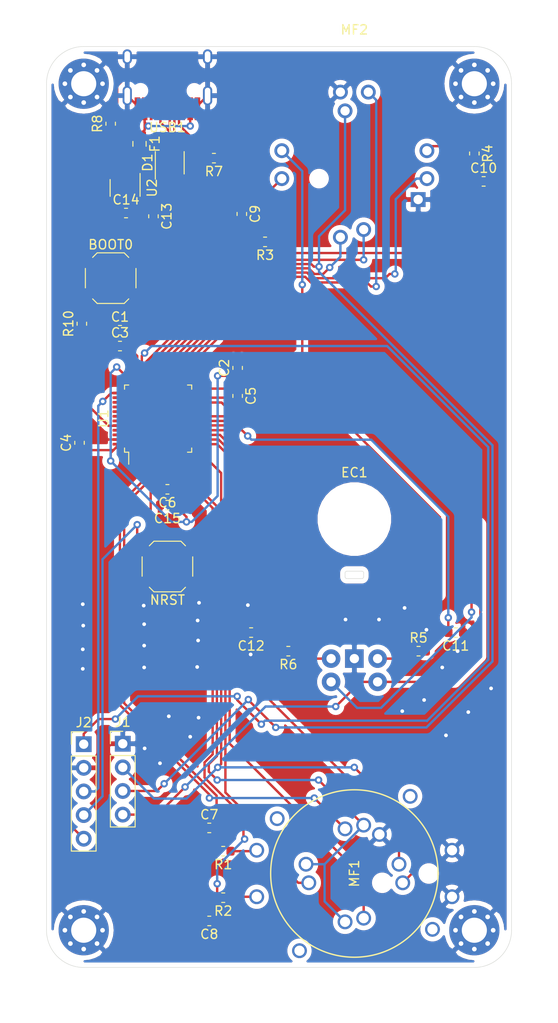
<source format=kicad_pcb>
(kicad_pcb (version 20171130) (host pcbnew "(5.1.2)-1")
  (layers (0 F.Cu signal) (31 B.Cu signal) (34 B.Paste user) (35 F.Paste user) (36 B.SilkS user) (37 F.SilkS user) (38 B.Mask user) (39 F.Mask user) (44 Edge.Cuts user))
  (net 0 "")
  (net 1 +3V3)
  (net 2 GND)
  (net 3 MF1EA)
  (net 4 MF1EB)
  (net 5 MF2EA)
  (net 6 MF2EB)
  (net 7 "Net-(EC1-PadB)")
  (net 8 "Net-(EC1-PadA)")
  (net 9 EC1S2)
  (net 10 EC1S1)
  (net 11 "Net-(MF1-Pad5)")
  (net 12 "Net-(MF1-Pad6)")
  (net 13 MF1PUSH)
  (net 14 MF1D)
  (net 15 MF1B)
  (net 16 MF1C)
  (net 17 MF1COM)
  (net 18 MF1A)
  (net 19 MF2COM)
  (net 20 MF2PUSH)
  (net 21 MF2A)
  (net 22 MF2C)
  (net 23 MF2B)
  (net 24 "Net-(MF2-Pad6)")
  (net 25 "Net-(MF2-Pad5)")
  (net 26 MF2D)
  (net 27 NRST)
  (net 28 D_N)
  (net 29 D_P)
  (net 30 EC1EA)
  (net 31 EC1EB)
  (net 32 +5V)
  (net 33 "Net-(F1-Pad1)")
  (net 34 "Net-(R7-Pad2)")
  (net 35 "Net-(R8-Pad2)")
  (net 36 SWDIO)
  (net 37 SWCLK)
  (net 38 BOOT0)
  (module Type-C:HRO-TYPE-C-31-M-12-HandSoldering (layer F.Cu) (at 13 -1.5 180)
    (fp_text reference USB1 (at 0 -10.2) (layer F.SilkS))
    (fp_text value HRO-TYPE-C-31-M-12)
    (pad 13 thru_hole oval (at 4.32 -2.6 180) (size 1 1.6) (drill oval 0.6 1.2) (layers *.Cu B.Mask) (net 2 GND))
    (pad 13 thru_hole oval (at -4.32 -2.6 180) (size 1 1.6) (drill oval 0.6 1.2) (layers *.Cu B.Mask) (net 2 GND))
    (pad 13 thru_hole oval (at 4.32 -6.78 180) (size 1 2.1) (drill oval 0.6 1.7) (layers *.Cu B.Mask) (net 2 GND))
    (pad 13 thru_hole oval (at -4.32 -6.78 180) (size 1 2.1) (drill oval 0.6 1.7) (layers *.Cu B.Mask) (net 2 GND))
    (pad "" np_thru_hole circle (at -2.89 -6.25 180) (size 0.65 0.65) (drill 0.65) (layers *.Cu *.Mask))
    (pad "" np_thru_hole circle (at 2.89 -6.25 180) (size 0.65 0.65) (drill 0.65) (layers *.Cu *.Mask))
    (pad 6 smd rect (at -0.25 -8.195 180) (size 0.3 2.45) (layers F.Cu F.Paste F.Mask) (net 29 D_P))
    (pad 7 smd rect (at 0.25 -8.195 180) (size 0.3 2.45) (layers F.Cu F.Paste F.Mask) (net 28 D_N))
    (pad 8 smd rect (at 0.75 -8.195 180) (size 0.3 2.45) (layers F.Cu F.Paste F.Mask) (net 29 D_P))
    (pad 5 smd rect (at -0.75 -8.195 180) (size 0.3 2.45) (layers F.Cu F.Paste F.Mask) (net 28 D_N))
    (pad 9 smd rect (at 1.25 -8.195 180) (size 0.3 2.45) (layers F.Cu F.Paste F.Mask))
    (pad 4 smd rect (at -1.25 -8.195 180) (size 0.3 2.45) (layers F.Cu F.Paste F.Mask) (net 34 "Net-(R7-Pad2)"))
    (pad 10 smd rect (at 1.75 -8.195 180) (size 0.3 2.45) (layers F.Cu F.Paste F.Mask) (net 35 "Net-(R8-Pad2)"))
    (pad 3 smd rect (at -1.75 -8.195 180) (size 0.3 2.45) (layers F.Cu F.Paste F.Mask))
    (pad 2 smd rect (at -2.45 -8.195 180) (size 0.6 2.45) (layers F.Cu F.Paste F.Mask) (net 33 "Net-(F1-Pad1)"))
    (pad 11 smd rect (at 2.45 -8.195 180) (size 0.6 2.45) (layers F.Cu F.Paste F.Mask) (net 33 "Net-(F1-Pad1)"))
    (pad 1 smd rect (at -3.225 -8.195 180) (size 0.6 2.45) (layers F.Cu F.Paste F.Mask) (net 2 GND))
    (pad 12 smd rect (at 3.225 -8.195 180) (size 0.6 2.45) (layers F.Cu F.Paste F.Mask) (net 2 GND))
  )
  (module Capacitor_SMD:C_0603_1608Metric (layer F.Cu) (at 11.5 18.25 270)
    (fp_text reference C13 (at 0 -1.43 90) (layer F.SilkS))
    (fp_text value 1u)
    (pad 1 smd roundrect (at -0.7875 0 270) (size 0.875 0.95) (layers F.Cu F.Paste F.Mask) (net 32 +5V))
    (pad 2 smd roundrect (at 0.7875 0 270) (size 0.875 0.95) (layers F.Cu F.Paste F.Mask) (net 2 GND))
  )
  (module Capacitor_SMD:C_0603_1608Metric (layer F.Cu) (at 7.9 30.5)
    (fp_text reference C1 (at 0 -1.43) (layer F.SilkS))
    (fp_text value 4.7u)
    (pad 1 smd roundrect (at -0.7875 0) (size 0.875 0.95) (layers F.Cu F.Paste F.Mask) (net 1 +3V3))
    (pad 2 smd roundrect (at 0.7875 0) (size 0.875 0.95) (layers F.Cu F.Paste F.Mask) (net 2 GND))
  )
  (module Capacitor_SMD:C_0603_1608Metric (layer F.Cu) (at 20.55 34.55 90)
    (fp_text reference C2 (at 0 -1.43 90) (layer F.SilkS))
    (fp_text value 4.7u)
    (pad 1 smd roundrect (at -0.7875 0 90) (size 0.875 0.95) (layers F.Cu F.Paste F.Mask) (net 1 +3V3))
    (pad 2 smd roundrect (at 0.7875 0 90) (size 0.875 0.95) (layers F.Cu F.Paste F.Mask) (net 2 GND))
  )
  (module Capacitor_SMD:C_0603_1608Metric (layer F.Cu) (at 7.9 32.2)
    (fp_text reference C3 (at 0 -1.43) (layer F.SilkS))
    (fp_text value 0.1u)
    (pad 1 smd roundrect (at -0.7875 0) (size 0.875 0.95) (layers F.Cu F.Paste F.Mask) (net 1 +3V3))
    (pad 2 smd roundrect (at 0.7875 0) (size 0.875 0.95) (layers F.Cu F.Paste F.Mask) (net 2 GND))
  )
  (module Capacitor_SMD:C_0603_1608Metric (layer F.Cu) (at 3.55 42.6 90)
    (fp_text reference C4 (at 0 -1.43 90) (layer F.SilkS))
    (fp_text value 0.1u)
    (pad 1 smd roundrect (at -0.7875 0 90) (size 0.875 0.95) (layers F.Cu F.Paste F.Mask) (net 1 +3V3))
    (pad 2 smd roundrect (at 0.7875 0 90) (size 0.875 0.95) (layers F.Cu F.Paste F.Mask) (net 2 GND))
  )
  (module Capacitor_SMD:C_0603_1608Metric (layer F.Cu) (at 20.55 37.5625 270)
    (fp_text reference C5 (at 0 -1.43 90) (layer F.SilkS))
    (fp_text value 0.1u)
    (pad 1 smd roundrect (at -0.7875 0 270) (size 0.875 0.95) (layers F.Cu F.Paste F.Mask) (net 1 +3V3))
    (pad 2 smd roundrect (at 0.7875 0 270) (size 0.875 0.95) (layers F.Cu F.Paste F.Mask) (net 2 GND))
  )
  (module Capacitor_SMD:C_0603_1608Metric (layer F.Cu) (at 17.5 84)
    (fp_text reference C7 (at 0 -1.43) (layer F.SilkS))
    (fp_text value 0.1u)
    (pad 1 smd roundrect (at -0.7875 0) (size 0.875 0.95) (layers F.Cu F.Paste F.Mask) (net 2 GND))
    (pad 2 smd roundrect (at 0.7875 0) (size 0.875 0.95) (layers F.Cu F.Paste F.Mask) (net 3 MF1EA))
  )
  (module Capacitor_SMD:C_0603_1608Metric (layer F.Cu) (at 17.5 94 180)
    (fp_text reference C8 (at 0 -1.43) (layer F.SilkS))
    (fp_text value 0.1u)
    (pad 2 smd roundrect (at 0.7875 0 180) (size 0.875 0.95) (layers F.Cu F.Paste F.Mask) (net 2 GND))
    (pad 1 smd roundrect (at -0.7875 0 180) (size 0.875 0.95) (layers F.Cu F.Paste F.Mask) (net 4 MF1EB))
  )
  (module Capacitor_SMD:C_0603_1608Metric (layer F.Cu) (at 21 18 270)
    (fp_text reference C9 (at 0 -1.43 90) (layer F.SilkS))
    (fp_text value 0.1u)
    (pad 1 smd roundrect (at -0.7875 0 270) (size 0.875 0.95) (layers F.Cu F.Paste F.Mask) (net 2 GND))
    (pad 2 smd roundrect (at 0.7875 0 270) (size 0.875 0.95) (layers F.Cu F.Paste F.Mask) (net 5 MF2EA))
  )
  (module Capacitor_SMD:C_0603_1608Metric (layer F.Cu) (at 47 14.5)
    (fp_text reference C10 (at 0 -1.43) (layer F.SilkS))
    (fp_text value 0.1u)
    (pad 2 smd roundrect (at 0.7875 0) (size 0.875 0.95) (layers F.Cu F.Paste F.Mask) (net 2 GND))
    (pad 1 smd roundrect (at -0.7875 0) (size 0.875 0.95) (layers F.Cu F.Paste F.Mask) (net 6 MF2EB))
  )
  (module Capacitor_SMD:C_0603_1608Metric (layer F.Cu) (at 44 63 180)
    (fp_text reference C11 (at 0 -1.43) (layer F.SilkS))
    (fp_text value 0.1u)
    (pad 1 smd roundrect (at -0.7875 0 180) (size 0.875 0.95) (layers F.Cu F.Paste F.Mask) (net 2 GND))
    (pad 2 smd roundrect (at 0.7875 0 180) (size 0.875 0.95) (layers F.Cu F.Paste F.Mask) (net 30 EC1EA))
  )
  (module Capacitor_SMD:C_0603_1608Metric (layer F.Cu) (at 22 63 180)
    (fp_text reference C12 (at 0 -1.43) (layer F.SilkS))
    (fp_text value 0.1u)
    (pad 2 smd roundrect (at 0.7875 0 180) (size 0.875 0.95) (layers F.Cu F.Paste F.Mask) (net 2 GND))
    (pad 1 smd roundrect (at -0.7875 0 180) (size 0.875 0.95) (layers F.Cu F.Paste F.Mask) (net 31 EC1EB))
  )
  (module Capacitor_SMD:C_0603_1608Metric (layer F.Cu) (at 8.55 17.9)
    (fp_text reference C14 (at 0 -1.43) (layer F.SilkS))
    (fp_text value 1u)
    (pad 2 smd roundrect (at 0.7875 0) (size 0.875 0.95) (layers F.Cu F.Paste F.Mask) (net 1 +3V3))
    (pad 1 smd roundrect (at -0.7875 0) (size 0.875 0.95) (layers F.Cu F.Paste F.Mask) (net 2 GND))
  )
  (module Package_TO_SOT_SMD:SOT-143 (layer F.Cu) (at 13.25 12.5 90)
    (fp_text reference D1 (at 0.02 -2.38 90) (layer F.SilkS))
    (fp_text value PRTR5V0U2X)
    (pad 1 smd rect (at -1.1 -0.77) (size 1.2 1.4) (layers F.Cu F.Paste F.Mask) (net 2 GND))
    (pad 2 smd rect (at -1.1 0.95) (size 1 1.4) (layers F.Cu F.Paste F.Mask) (net 29 D_P))
    (pad 3 smd rect (at 1.1 0.95) (size 1 1.4) (layers F.Cu F.Paste F.Mask) (net 28 D_N))
    (pad 4 smd rect (at 1.1 -0.95) (size 1 1.4) (layers F.Cu F.Paste F.Mask) (net 32 +5V))
  )
  (module crokto:ec11b (layer F.Cu) (at 33.1 50.8)
    (fp_text reference EC1 (at 0 -5) (layer F.SilkS))
    (fp_text value Rotary_Encoder_Switch)
    (pad C thru_hole rect (at 0 15 270) (size 2 2) (drill 1) (layers *.Cu *.Mask) (net 2 GND))
    (pad B thru_hole circle (at -2.5 15 270) (size 2 2) (drill 1) (layers *.Cu *.Mask) (net 7 "Net-(EC1-PadB)"))
    (pad A thru_hole circle (at 2.5 15 270) (size 2 2) (drill 1) (layers *.Cu *.Mask) (net 8 "Net-(EC1-PadA)"))
    (pad S2 thru_hole circle (at 2.5 17.5 270) (size 2 2) (drill 1) (layers *.Cu *.Mask) (net 9 EC1S2))
    (pad S1 thru_hole circle (at -2.5 17.5 270) (size 2 2) (drill 1) (layers *.Cu *.Mask) (net 10 EC1S1))
    (pad "" np_thru_hole circle (at 0 0) (size 6.9 6.9) (drill 6.9) (layers *.Cu *.Mask))
  )
  (module Fuse:Fuse_0805_2012Metric (layer F.Cu) (at 10 10.4625 270)
    (fp_text reference F1 (at 0 -1.65 90) (layer F.SilkS))
    (fp_text value PTC)
    (pad 1 smd roundrect (at -0.9375 0 270) (size 0.975 1.4) (layers F.Cu F.Paste F.Mask) (net 33 "Net-(F1-Pad1)"))
    (pad 2 smd roundrect (at 0.9375 0 270) (size 0.975 1.4) (layers F.Cu F.Paste F.Mask) (net 32 +5V))
  )
  (module Connector_PinHeader_2.54mm:PinHeader_1x04_P2.54mm_Vertical (layer F.Cu) (at 8.2 74.95)
    (fp_text reference J1 (at 0 -2.33) (layer F.SilkS))
    (fp_text value Conn_01x04)
    (pad 1 thru_hole rect (at 0 0) (size 1.7 1.7) (drill 1) (layers *.Cu *.Mask) (net 2 GND))
    (pad 2 thru_hole oval (at 0 2.54) (size 1.7 1.7) (drill 1) (layers *.Cu *.Mask) (net 17 MF1COM))
    (pad 3 thru_hole oval (at 0 5.08) (size 1.7 1.7) (drill 1) (layers *.Cu *.Mask) (net 19 MF2COM))
    (pad 4 thru_hole oval (at 0 7.62) (size 1.7 1.7) (drill 1) (layers *.Cu *.Mask) (net 9 EC1S2))
  )
  (module crokto:RKJXM2E13004 (layer F.Cu) (at 33.1 88.9 270)
    (fp_text reference MF1 (at 0 0 90) (layer F.SilkS))
    (fp_text value Alps_RKJXx)
    (pad 9 thru_hole circle (at -2.5 -10.5 270) (size 1.6 1.6) (drill 1.1) (layers *.Cu *.Mask) (net 2 GND))
    (pad 9 thru_hole circle (at 2.5 -10.5 270) (size 1.6 1.6) (drill 1.1) (layers *.Cu *.Mask) (net 2 GND))
    (pad 5 thru_hole circle (at -2.5 10.5 270) (size 1.6 1.6) (drill 1.1) (layers *.Cu *.Mask) (net 11 "Net-(MF1-Pad5)"))
    (pad 6 thru_hole circle (at 2.5 10.5 270) (size 1.6 1.6) (drill 1.1) (layers *.Cu *.Mask) (net 12 "Net-(MF1-Pad6)"))
    (pad 7 thru_hole circle (at -5.2 -1 270) (size 1.6 1.6) (drill 1.1) (layers *.Cu *.Mask) (net 13 MF1PUSH))
    (pad 4 thru_hole circle (at -4.8 1 270) (size 1.6 1.6) (drill 1.1) (layers *.Cu *.Mask) (net 14 MF1D))
    (pad "" np_thru_hole circle (at 0 -8 270) (size 1.2 1.2) (drill 1.2) (layers *.Cu *.Mask))
    (pad 2 thru_hole circle (at 4.8 -1 270) (size 1.6 1.6) (drill 1.1) (layers *.Cu *.Mask) (net 15 MF1B))
    (pad 3 thru_hole circle (at -1 -4.8 270) (size 1.6 1.6) (drill 1.1) (layers *.Cu *.Mask) (net 16 MF1C))
    (pad 8 thru_hole circle (at 1 -5.2 270) (size 1.6 1.6) (drill 1.1) (layers *.Cu *.Mask) (net 17 MF1COM))
    (pad 1 thru_hole circle (at 1 4.9 270) (size 1.6 1.6) (drill 1.1) (layers *.Cu *.Mask) (net 18 MF1A))
    (pad 7 thru_hole circle (at -1 5.2 270) (size 1.6 1.6) (drill 1.1) (layers *.Cu *.Mask) (net 13 MF1PUSH))
    (pad 7 thru_hole circle (at 5.2 1 270) (size 1.6 1.6) (drill 1.1) (layers *.Cu *.Mask) (net 13 MF1PUSH))
    (pad "" np_thru_hole circle (at 1 -3 270) (size 1.2 1.2) (drill 1.2) (layers *.Cu *.Mask))
    (pad 10 thru_hole circle (at -4.2 -2.7 270) (size 1.6 1.6) (drill 1.1) (layers *.Cu *.Mask) (net 2 GND))
    (pad MP thru_hole circle (at 6 -8.4 270) (size 1.6 1.6) (drill 1.1) (layers *.Cu *.Mask))
    (pad MP thru_hole circle (at -5.9 8.3 270) (size 1.6 1.6) (drill 1.1) (layers *.Cu *.Mask))
    (pad MP thru_hole circle (at 8.3 5.9 270) (size 1.6 1.6) (drill 1.1) (layers *.Cu *.Mask))
    (pad MP thru_hole circle (at -8.3 -6 270) (size 1.6 1.6) (drill 1.1) (layers *.Cu *.Mask))
  )
  (module crokto:RKJXT1F42001 (layer F.Cu) (at 33.1 12.7)
    (fp_text reference MF2 (at 0 -14.5) (layer F.SilkS))
    (fp_text value Alps_RKJXx)
    (pad 4 thru_hole circle (at -7.8 -1.5) (size 1.6 1.6) (drill 1) (layers *.Cu *.Mask) (net 26 MF2D))
    (pad 5 thru_hole circle (at -7.8 1.5) (size 1.6 1.6) (drill 1) (layers *.Cu *.Mask) (net 25 "Net-(MF2-Pad5)"))
    (pad 6 thru_hole circle (at 7.8 -1.5) (size 1.6 1.6) (drill 1) (layers *.Cu *.Mask) (net 24 "Net-(MF2-Pad6)"))
    (pad 2 thru_hole circle (at 7.8 1.5) (size 1.6 1.6) (drill 1) (layers *.Cu *.Mask) (net 23 MF2B))
    (pad 10 thru_hole rect (at 6.86 3.75) (size 1.6 1.6) (drill 1) (layers *.Cu *.Mask) (net 2 GND))
    (pad 9 thru_hole circle (at -1.5 -7.8) (size 1.6 1.6) (drill 1) (layers *.Cu *.Mask) (net 2 GND))
    (pad 3 thru_hole circle (at 1.5 -7.8) (size 1.6 1.6) (drill 1) (layers *.Cu *.Mask) (net 22 MF2C))
    (pad "" np_thru_hole circle (at -3.8 1.5) (size 1.1 1.1) (drill 1.1) (layers *.Cu *.Mask))
    (pad 1 thru_hole circle (at -1.5 7.8) (size 1.6 1.6) (drill 1) (layers *.Cu *.Mask) (net 21 MF2A))
    (pad 7 thru_hole circle (at 1 6.98) (size 1.6 1.6) (drill 1) (layers *.Cu *.Mask) (net 20 MF2PUSH))
    (pad 8 thru_hole circle (at -1 -5.78) (size 1.6 1.6) (drill 1) (layers *.Cu *.Mask) (net 19 MF2COM))
  )
  (module Resistor_SMD:R_0603_1608Metric (layer F.Cu) (at 19 86.5 180)
    (fp_text reference R1 (at 0 -1.43) (layer F.SilkS))
    (fp_text value 10k)
    (pad 1 smd roundrect (at -0.7875 0 180) (size 0.875 0.95) (layers F.Cu F.Paste F.Mask) (net 11 "Net-(MF1-Pad5)"))
    (pad 2 smd roundrect (at 0.7875 0 180) (size 0.875 0.95) (layers F.Cu F.Paste F.Mask) (net 3 MF1EA))
  )
  (module Resistor_SMD:R_0603_1608Metric (layer F.Cu) (at 19 91.5 180)
    (fp_text reference R2 (at 0 -1.43) (layer F.SilkS))
    (fp_text value 10k)
    (pad 2 smd roundrect (at 0.7875 0 180) (size 0.875 0.95) (layers F.Cu F.Paste F.Mask) (net 4 MF1EB))
    (pad 1 smd roundrect (at -0.7875 0 180) (size 0.875 0.95) (layers F.Cu F.Paste F.Mask) (net 12 "Net-(MF1-Pad6)"))
  )
  (module Resistor_SMD:R_0603_1608Metric (layer F.Cu) (at 23.5 21 180)
    (fp_text reference R3 (at 0 -1.43) (layer F.SilkS))
    (fp_text value 10k)
    (pad 1 smd roundrect (at -0.7875 0 180) (size 0.875 0.95) (layers F.Cu F.Paste F.Mask) (net 25 "Net-(MF2-Pad5)"))
    (pad 2 smd roundrect (at 0.7875 0 180) (size 0.875 0.95) (layers F.Cu F.Paste F.Mask) (net 5 MF2EA))
  )
  (module Resistor_SMD:R_0603_1608Metric (layer F.Cu) (at 46 11.5 270)
    (fp_text reference R4 (at 0 -1.43 90) (layer F.SilkS))
    (fp_text value 10k)
    (pad 2 smd roundrect (at 0.7875 0 270) (size 0.875 0.95) (layers F.Cu F.Paste F.Mask) (net 6 MF2EB))
    (pad 1 smd roundrect (at -0.7875 0 270) (size 0.875 0.95) (layers F.Cu F.Paste F.Mask) (net 24 "Net-(MF2-Pad6)"))
  )
  (module Resistor_SMD:R_0603_1608Metric (layer F.Cu) (at 40 65)
    (fp_text reference R5 (at 0 -1.43) (layer F.SilkS))
    (fp_text value 10k)
    (pad 1 smd roundrect (at -0.7875 0) (size 0.875 0.95) (layers F.Cu F.Paste F.Mask) (net 8 "Net-(EC1-PadA)"))
    (pad 2 smd roundrect (at 0.7875 0) (size 0.875 0.95) (layers F.Cu F.Paste F.Mask) (net 30 EC1EA))
  )
  (module Resistor_SMD:R_0603_1608Metric (layer F.Cu) (at 26 65 180)
    (fp_text reference R6 (at 0 -1.43) (layer F.SilkS))
    (fp_text value 10k)
    (pad 2 smd roundrect (at 0.7875 0 180) (size 0.875 0.95) (layers F.Cu F.Paste F.Mask) (net 31 EC1EB))
    (pad 1 smd roundrect (at -0.7875 0 180) (size 0.875 0.95) (layers F.Cu F.Paste F.Mask) (net 7 "Net-(EC1-PadB)"))
  )
  (module Resistor_SMD:R_0603_1608Metric (layer F.Cu) (at 18 12 180)
    (fp_text reference R7 (at 0 -1.43) (layer F.SilkS))
    (fp_text value 5.1K)
    (pad 2 smd roundrect (at 0.7875 0 180) (size 0.875 0.95) (layers F.Cu F.Paste F.Mask) (net 34 "Net-(R7-Pad2)"))
    (pad 1 smd roundrect (at -0.7875 0 180) (size 0.875 0.95) (layers F.Cu F.Paste F.Mask) (net 2 GND))
  )
  (module Resistor_SMD:R_0603_1608Metric (layer F.Cu) (at 6.9 8.3 90)
    (fp_text reference R8 (at 0 -1.43 90) (layer F.SilkS))
    (fp_text value 5.1K)
    (pad 1 smd roundrect (at -0.7875 0 90) (size 0.875 0.95) (layers F.Cu F.Paste F.Mask) (net 2 GND))
    (pad 2 smd roundrect (at 0.7875 0 90) (size 0.875 0.95) (layers F.Cu F.Paste F.Mask) (net 35 "Net-(R8-Pad2)"))
  )
  (module Package_QFP:LQFP-48_7x7mm_P0.5mm (layer F.Cu) (at 12 40 90)
    (fp_text reference U1 (at 0 -5.85 90) (layer F.SilkS))
    (fp_text value STM32F072CBTx)
    (pad 1 smd roundrect (at -4.1625 -2.75 90) (size 1.475 0.3) (layers F.Cu F.Paste F.Mask))
    (pad 2 smd roundrect (at -4.1625 -2.25 90) (size 1.475 0.3) (layers F.Cu F.Paste F.Mask))
    (pad 3 smd roundrect (at -4.1625 -1.75 90) (size 1.475 0.3) (layers F.Cu F.Paste F.Mask))
    (pad 4 smd roundrect (at -4.1625 -1.25 90) (size 1.475 0.3) (layers F.Cu F.Paste F.Mask))
    (pad 5 smd roundrect (at -4.1625 -0.75 90) (size 1.475 0.3) (layers F.Cu F.Paste F.Mask) (net 14 MF1D))
    (pad 6 smd roundrect (at -4.1625 -0.25 90) (size 1.475 0.3) (layers F.Cu F.Paste F.Mask) (net 3 MF1EA))
    (pad 7 smd roundrect (at -4.1625 0.25 90) (size 1.475 0.3) (layers F.Cu F.Paste F.Mask) (net 27 NRST))
    (pad 8 smd roundrect (at -4.1625 0.75 90) (size 1.475 0.3) (layers F.Cu F.Paste F.Mask) (net 2 GND))
    (pad 9 smd roundrect (at -4.1625 1.25 90) (size 1.475 0.3) (layers F.Cu F.Paste F.Mask) (net 1 +3V3))
    (pad 10 smd roundrect (at -4.1625 1.75 90) (size 1.475 0.3) (layers F.Cu F.Paste F.Mask) (net 4 MF1EB))
    (pad 11 smd roundrect (at -4.1625 2.25 90) (size 1.475 0.3) (layers F.Cu F.Paste F.Mask) (net 13 MF1PUSH))
    (pad 12 smd roundrect (at -4.1625 2.75 90) (size 1.475 0.3) (layers F.Cu F.Paste F.Mask) (net 17 MF1COM))
    (pad 13 smd roundrect (at -2.75 4.1625 90) (size 0.3 1.475) (layers F.Cu F.Paste F.Mask) (net 18 MF1A))
    (pad 14 smd roundrect (at -2.25 4.1625 90) (size 0.3 1.475) (layers F.Cu F.Paste F.Mask) (net 15 MF1B))
    (pad 15 smd roundrect (at -1.75 4.1625 90) (size 0.3 1.475) (layers F.Cu F.Paste F.Mask) (net 16 MF1C))
    (pad 16 smd roundrect (at -1.25 4.1625 90) (size 0.3 1.475) (layers F.Cu F.Paste F.Mask) (net 30 EC1EA))
    (pad 17 smd roundrect (at -0.75 4.1625 90) (size 0.3 1.475) (layers F.Cu F.Paste F.Mask) (net 31 EC1EB))
    (pad 18 smd roundrect (at -0.25 4.1625 90) (size 0.3 1.475) (layers F.Cu F.Paste F.Mask) (net 10 EC1S1))
    (pad 19 smd roundrect (at 0.25 4.1625 90) (size 0.3 1.475) (layers F.Cu F.Paste F.Mask) (net 9 EC1S2))
    (pad 20 smd roundrect (at 0.75 4.1625 90) (size 0.3 1.475) (layers F.Cu F.Paste F.Mask))
    (pad 21 smd roundrect (at 1.25 4.1625 90) (size 0.3 1.475) (layers F.Cu F.Paste F.Mask))
    (pad 22 smd roundrect (at 1.75 4.1625 90) (size 0.3 1.475) (layers F.Cu F.Paste F.Mask) (net 26 MF2D))
    (pad 23 smd roundrect (at 2.25 4.1625 90) (size 0.3 1.475) (layers F.Cu F.Paste F.Mask) (net 2 GND))
    (pad 24 smd roundrect (at 2.75 4.1625 90) (size 0.3 1.475) (layers F.Cu F.Paste F.Mask) (net 1 +3V3))
    (pad 25 smd roundrect (at 4.1625 2.75 90) (size 1.475 0.3) (layers F.Cu F.Paste F.Mask) (net 22 MF2C))
    (pad 26 smd roundrect (at 4.1625 2.25 90) (size 1.475 0.3) (layers F.Cu F.Paste F.Mask) (net 23 MF2B))
    (pad 27 smd roundrect (at 4.1625 1.75 90) (size 1.475 0.3) (layers F.Cu F.Paste F.Mask) (net 21 MF2A))
    (pad 28 smd roundrect (at 4.1625 1.25 90) (size 1.475 0.3) (layers F.Cu F.Paste F.Mask) (net 19 MF2COM))
    (pad 29 smd roundrect (at 4.1625 0.75 90) (size 1.475 0.3) (layers F.Cu F.Paste F.Mask) (net 20 MF2PUSH))
    (pad 30 smd roundrect (at 4.1625 0.25 90) (size 1.475 0.3) (layers F.Cu F.Paste F.Mask) (net 6 MF2EB))
    (pad 31 smd roundrect (at 4.1625 -0.25 90) (size 1.475 0.3) (layers F.Cu F.Paste F.Mask) (net 5 MF2EA))
    (pad 32 smd roundrect (at 4.1625 -0.75 90) (size 1.475 0.3) (layers F.Cu F.Paste F.Mask) (net 28 D_N))
    (pad 33 smd roundrect (at 4.1625 -1.25 90) (size 1.475 0.3) (layers F.Cu F.Paste F.Mask) (net 29 D_P))
    (pad 34 smd roundrect (at 4.1625 -1.75 90) (size 1.475 0.3) (layers F.Cu F.Paste F.Mask) (net 36 SWDIO))
    (pad 35 smd roundrect (at 4.1625 -2.25 90) (size 1.475 0.3) (layers F.Cu F.Paste F.Mask) (net 2 GND))
    (pad 36 smd roundrect (at 4.1625 -2.75 90) (size 1.475 0.3) (layers F.Cu F.Paste F.Mask) (net 1 +3V3))
    (pad 37 smd roundrect (at 2.75 -4.1625 90) (size 0.3 1.475) (layers F.Cu F.Paste F.Mask) (net 37 SWCLK))
    (pad 38 smd roundrect (at 2.25 -4.1625 90) (size 0.3 1.475) (layers F.Cu F.Paste F.Mask))
    (pad 39 smd roundrect (at 1.75 -4.1625 90) (size 0.3 1.475) (layers F.Cu F.Paste F.Mask))
    (pad 40 smd roundrect (at 1.25 -4.1625 90) (size 0.3 1.475) (layers F.Cu F.Paste F.Mask))
    (pad 41 smd roundrect (at 0.75 -4.1625 90) (size 0.3 1.475) (layers F.Cu F.Paste F.Mask))
    (pad 42 smd roundrect (at 0.25 -4.1625 90) (size 0.3 1.475) (layers F.Cu F.Paste F.Mask))
    (pad 43 smd roundrect (at -0.25 -4.1625 90) (size 0.3 1.475) (layers F.Cu F.Paste F.Mask))
    (pad 44 smd roundrect (at -0.75 -4.1625 90) (size 0.3 1.475) (layers F.Cu F.Paste F.Mask) (net 38 BOOT0))
    (pad 45 smd roundrect (at -1.25 -4.1625 90) (size 0.3 1.475) (layers F.Cu F.Paste F.Mask))
    (pad 46 smd roundrect (at -1.75 -4.1625 90) (size 0.3 1.475) (layers F.Cu F.Paste F.Mask))
    (pad 47 smd roundrect (at -2.25 -4.1625 90) (size 0.3 1.475) (layers F.Cu F.Paste F.Mask) (net 2 GND))
    (pad 48 smd roundrect (at -2.75 -4.1625 90) (size 0.3 1.475) (layers F.Cu F.Paste F.Mask) (net 1 +3V3))
  )
  (module Package_TO_SOT_SMD:SOT-23-5 (layer F.Cu) (at 8.45 15.2 270)
    (fp_text reference U2 (at 0 -2.9 90) (layer F.SilkS))
    (fp_text value TLV75533PDBV)
    (pad 1 smd rect (at -1.1 -0.95 270) (size 1.06 0.65) (layers F.Cu F.Paste F.Mask) (net 32 +5V))
    (pad 2 smd rect (at -1.1 0 270) (size 1.06 0.65) (layers F.Cu F.Paste F.Mask) (net 2 GND))
    (pad 3 smd rect (at -1.1 0.95 270) (size 1.06 0.65) (layers F.Cu F.Paste F.Mask) (net 32 +5V))
    (pad 4 smd rect (at 1.1 0.95 270) (size 1.06 0.65) (layers F.Cu F.Paste F.Mask))
    (pad 5 smd rect (at 1.1 -0.95 270) (size 1.06 0.65) (layers F.Cu F.Paste F.Mask) (net 1 +3V3))
  )
  (module crokto:m2.5_pad_via (layer F.Cu) (at 4 4)
    (fp_text reference H1 hide)
    (fp_text value M2.5)
    (pad 1 thru_hole circle (at 1.431891 -1.431891) (size 0.8 0.8) (drill 0.5) (layers *.Cu *.Mask) (net 2 GND))
    (pad 1 thru_hole circle (at 0 -2.025) (size 0.8 0.8) (drill 0.5) (layers *.Cu *.Mask) (net 2 GND))
    (pad 1 thru_hole circle (at -1.431891 -1.431891) (size 0.8 0.8) (drill 0.5) (layers *.Cu *.Mask) (net 2 GND))
    (pad 1 thru_hole circle (at -2.025 0) (size 0.8 0.8) (drill 0.5) (layers *.Cu *.Mask) (net 2 GND))
    (pad 1 thru_hole circle (at -1.431891 1.431891) (size 0.8 0.8) (drill 0.5) (layers *.Cu *.Mask) (net 2 GND))
    (pad 1 thru_hole circle (at 0 2.025) (size 0.8 0.8) (drill 0.5) (layers *.Cu *.Mask) (net 2 GND))
    (pad 1 thru_hole circle (at 1.431891 1.431891) (size 0.8 0.8) (drill 0.5) (layers *.Cu *.Mask) (net 2 GND))
    (pad 1 thru_hole circle (at 2.025 0) (size 0.8 0.8) (drill 0.5) (layers *.Cu *.Mask) (net 2 GND))
    (pad 1 thru_hole circle (at 0 0) (size 5.4 5.4) (drill 2.7) (layers *.Cu *.Mask) (net 2 GND))
  )
  (module crokto:m2.5_pad_via (layer F.Cu) (at 46 4)
    (fp_text reference H2 hide)
    (fp_text value M2.5)
    (pad 1 thru_hole circle (at 0 0) (size 5.4 5.4) (drill 2.7) (layers *.Cu *.Mask) (net 2 GND))
    (pad 1 thru_hole circle (at 2.025 0) (size 0.8 0.8) (drill 0.5) (layers *.Cu *.Mask) (net 2 GND))
    (pad 1 thru_hole circle (at 1.431891 1.431891) (size 0.8 0.8) (drill 0.5) (layers *.Cu *.Mask) (net 2 GND))
    (pad 1 thru_hole circle (at 0 2.025) (size 0.8 0.8) (drill 0.5) (layers *.Cu *.Mask) (net 2 GND))
    (pad 1 thru_hole circle (at -1.431891 1.431891) (size 0.8 0.8) (drill 0.5) (layers *.Cu *.Mask) (net 2 GND))
    (pad 1 thru_hole circle (at -2.025 0) (size 0.8 0.8) (drill 0.5) (layers *.Cu *.Mask) (net 2 GND))
    (pad 1 thru_hole circle (at -1.431891 -1.431891) (size 0.8 0.8) (drill 0.5) (layers *.Cu *.Mask) (net 2 GND))
    (pad 1 thru_hole circle (at 0 -2.025) (size 0.8 0.8) (drill 0.5) (layers *.Cu *.Mask) (net 2 GND))
    (pad 1 thru_hole circle (at 1.431891 -1.431891) (size 0.8 0.8) (drill 0.5) (layers *.Cu *.Mask) (net 2 GND))
  )
  (module crokto:m2.5_pad_via (layer F.Cu) (at 4 95)
    (fp_text reference H3 hide)
    (fp_text value M2.5)
    (pad 1 thru_hole circle (at 1.431891 -1.431891) (size 0.8 0.8) (drill 0.5) (layers *.Cu *.Mask) (net 2 GND))
    (pad 1 thru_hole circle (at 0 -2.025) (size 0.8 0.8) (drill 0.5) (layers *.Cu *.Mask) (net 2 GND))
    (pad 1 thru_hole circle (at -1.431891 -1.431891) (size 0.8 0.8) (drill 0.5) (layers *.Cu *.Mask) (net 2 GND))
    (pad 1 thru_hole circle (at -2.025 0) (size 0.8 0.8) (drill 0.5) (layers *.Cu *.Mask) (net 2 GND))
    (pad 1 thru_hole circle (at -1.431891 1.431891) (size 0.8 0.8) (drill 0.5) (layers *.Cu *.Mask) (net 2 GND))
    (pad 1 thru_hole circle (at 0 2.025) (size 0.8 0.8) (drill 0.5) (layers *.Cu *.Mask) (net 2 GND))
    (pad 1 thru_hole circle (at 1.431891 1.431891) (size 0.8 0.8) (drill 0.5) (layers *.Cu *.Mask) (net 2 GND))
    (pad 1 thru_hole circle (at 2.025 0) (size 0.8 0.8) (drill 0.5) (layers *.Cu *.Mask) (net 2 GND))
    (pad 1 thru_hole circle (at 0 0) (size 5.4 5.4) (drill 2.7) (layers *.Cu *.Mask) (net 2 GND))
  )
  (module crokto:m2.5_pad_via (layer F.Cu) (at 46 95)
    (fp_text reference H4 hide)
    (fp_text value M2.5)
    (pad 1 thru_hole circle (at 0 0) (size 5.4 5.4) (drill 2.7) (layers *.Cu *.Mask) (net 2 GND))
    (pad 1 thru_hole circle (at 2.025 0) (size 0.8 0.8) (drill 0.5) (layers *.Cu *.Mask) (net 2 GND))
    (pad 1 thru_hole circle (at 1.431891 1.431891) (size 0.8 0.8) (drill 0.5) (layers *.Cu *.Mask) (net 2 GND))
    (pad 1 thru_hole circle (at 0 2.025) (size 0.8 0.8) (drill 0.5) (layers *.Cu *.Mask) (net 2 GND))
    (pad 1 thru_hole circle (at -1.431891 1.431891) (size 0.8 0.8) (drill 0.5) (layers *.Cu *.Mask) (net 2 GND))
    (pad 1 thru_hole circle (at -2.025 0) (size 0.8 0.8) (drill 0.5) (layers *.Cu *.Mask) (net 2 GND))
    (pad 1 thru_hole circle (at -1.431891 -1.431891) (size 0.8 0.8) (drill 0.5) (layers *.Cu *.Mask) (net 2 GND))
    (pad 1 thru_hole circle (at 0 -2.025) (size 0.8 0.8) (drill 0.5) (layers *.Cu *.Mask) (net 2 GND))
    (pad 1 thru_hole circle (at 1.431891 -1.431891) (size 0.8 0.8) (drill 0.5) (layers *.Cu *.Mask) (net 2 GND))
  )
  (module Connector_PinHeader_2.54mm:PinHeader_1x05_P2.54mm_Vertical (layer F.Cu) (at 4 75)
    (fp_text reference J2 (at 0 -2.33) (layer F.SilkS))
    (fp_text value Conn_01x05)
    (pad 1 thru_hole rect (at 0 0) (size 1.7 1.7) (drill 1) (layers *.Cu *.Mask) (net 36 SWDIO))
    (pad 2 thru_hole oval (at 0 2.54) (size 1.7 1.7) (drill 1) (layers *.Cu *.Mask) (net 2 GND))
    (pad 3 thru_hole oval (at 0 5.08) (size 1.7 1.7) (drill 1) (layers *.Cu *.Mask) (net 37 SWCLK))
    (pad 4 thru_hole oval (at 0 7.62) (size 1.7 1.7) (drill 1) (layers *.Cu *.Mask) (net 27 NRST))
    (pad 5 thru_hole oval (at 0 10.16) (size 1.7 1.7) (drill 1) (layers *.Cu *.Mask) (net 1 +3V3))
  )
  (module Button_Switch_SMD:SW_SPST_SKQG_WithStem (layer F.Cu) (at 13 55.9 180)
    (fp_text reference NRST (at 0 -3.6) (layer F.SilkS))
    (fp_text value SW_PUSH)
    (pad 2 smd rect (at 3.1 1.85 180) (size 1.8 1.1) (layers F.Cu F.Paste F.Mask) (net 27 NRST))
    (pad 2 smd rect (at -3.1 1.85 180) (size 1.8 1.1) (layers F.Cu F.Paste F.Mask) (net 27 NRST))
    (pad 1 smd rect (at 3.1 -1.85 180) (size 1.8 1.1) (layers F.Cu F.Paste F.Mask) (net 2 GND))
    (pad 1 smd rect (at -3.1 -1.85 180) (size 1.8 1.1) (layers F.Cu F.Paste F.Mask) (net 2 GND))
  )
  (module Capacitor_SMD:C_0603_1608Metric (layer F.Cu) (at 13 47.6 180)
    (fp_text reference C6 (at 0 -1.43) (layer F.SilkS))
    (fp_text value 10n)
    (pad 1 smd roundrect (at -0.7875 0 180) (size 0.875 0.95) (layers F.Cu F.Paste F.Mask) (net 1 +3V3))
    (pad 2 smd roundrect (at 0.7875 0 180) (size 0.875 0.95) (layers F.Cu F.Paste F.Mask) (net 2 GND))
  )
  (module Capacitor_SMD:C_0603_1608Metric (layer F.Cu) (at 13 49.3 180)
    (fp_text reference C15 (at 0 -1.43) (layer F.SilkS))
    (fp_text value 1u)
    (pad 2 smd roundrect (at 0.7875 0 180) (size 0.875 0.95) (layers F.Cu F.Paste F.Mask) (net 2 GND))
    (pad 1 smd roundrect (at -0.7875 0 180) (size 0.875 0.95) (layers F.Cu F.Paste F.Mask) (net 1 +3V3))
  )
  (module Resistor_SMD:R_0603_1608Metric (layer F.Cu) (at 3.8 29.8 90)
    (fp_text reference R10 (at 0 -1.43 90) (layer F.SilkS))
    (fp_text value 10k)
    (pad 1 smd roundrect (at -0.7875 0 90) (size 0.875 0.95) (layers F.Cu F.Paste F.Mask) (net 2 GND))
    (pad 2 smd roundrect (at 0.7875 0 90) (size 0.875 0.95) (layers F.Cu F.Paste F.Mask) (net 38 BOOT0))
  )
  (module Button_Switch_SMD:SW_SPST_SKQG_WithStem (layer F.Cu) (at 6.9 24.9)
    (fp_text reference BOOT0 (at 0 -3.6) (layer F.SilkS))
    (fp_text value SW_PUSH)
    (pad 1 smd rect (at -3.1 -1.85) (size 1.8 1.1) (layers F.Cu F.Paste F.Mask) (net 1 +3V3))
    (pad 1 smd rect (at 3.1 -1.85) (size 1.8 1.1) (layers F.Cu F.Paste F.Mask) (net 1 +3V3))
    (pad 2 smd rect (at -3.1 1.85) (size 1.8 1.1) (layers F.Cu F.Paste F.Mask) (net 38 BOOT0))
    (pad 2 smd rect (at 3.1 1.85) (size 1.8 1.1) (layers F.Cu F.Paste F.Mask) (net 38 BOOT0))
  )
  (gr_arc (start 4 4) (end 4 0) (angle -90) (layer Edge.Cuts) (width 0.05))
  (gr_arc (start 33.9 56.6) (end 34.1 56.6) (angle -90) (layer Edge.Cuts) (width 0.05))
  (gr_arc (start 33.9 57) (end 33.9 57.2) (angle -90) (layer Edge.Cuts) (width 0.05))
  (gr_arc (start 32.3 57) (end 32.1 57) (angle -90) (layer Edge.Cuts) (width 0.05))
  (gr_arc (start 32.3 56.6) (end 32.3 56.4) (angle -90) (layer Edge.Cuts) (width 0.05))
  (gr_line (start 33.9 56.4) (end 32.3 56.4) (layer Edge.Cuts) (width 0.05))
  (gr_line (start 34.1 57) (end 34.1 56.6) (layer Edge.Cuts) (width 0.05))
  (gr_line (start 32.3 57.2) (end 33.9 57.2) (layer Edge.Cuts) (width 0.05))
  (gr_line (start 32.1 56.6) (end 32.1 57) (layer Edge.Cuts) (width 0.05))
  (gr_arc (start 4 95) (end 0 95) (angle -90) (layer Edge.Cuts) (width 0.05))
  (gr_arc (start 46 95) (end 46 99) (angle -90) (layer Edge.Cuts) (width 0.05))
  (gr_arc (start 46 4) (end 50 4) (angle -90) (layer Edge.Cuts) (width 0.05))
  (gr_line (start 46 99) (end 4 99) (layer Edge.Cuts) (width 0.05))
  (gr_line (start 50 4) (end 50 95) (layer Edge.Cuts) (width 0.05))
  (gr_line (start 4 0) (end 46 0) (layer Edge.Cuts) (width 0.05))
  (gr_line (start 0 95) (end 0 4) (layer Edge.Cuts) (width 0.05))
  (segment (start 9.4 17.8375) (end 9.3375 17.9) (width 0.254) (layer F.Cu) (net 1))
  (segment (start 9.4 16.3) (end 9.4 17.8375) (width 0.254) (layer F.Cu) (net 1))
  (segment (start 7.1125 32.2) (end 7.1125 30.5) (width 0.254) (layer F.Cu) (net 1))
  (segment (start 9.25 34.3375) (end 9.25 35.8375) (width 0.254) (layer F.Cu) (net 1))
  (segment (start 7.1125 32.2) (end 9.25 34.3375) (width 0.254) (layer F.Cu) (net 1))
  (segment (start 16.6375 36.775) (end 20.55 36.775) (width 0.254) (layer F.Cu) (net 1))
  (segment (start 16.1625 37.25) (end 16.6375 36.775) (width 0.254) (layer F.Cu) (net 1))
  (segment (start 13.7875 49.3) (end 13.7875 47.6) (width 0.254) (layer F.Cu) (net 1))
  (segment (start 13.325888 47.138388) (end 13.7875 47.6) (width 0.254) (layer F.Cu) (net 1))
  (segment (start 13.26979 47.08229) (end 13.325888 47.138388) (width 0.254) (layer F.Cu) (net 1))
  (segment (start 13.26979 44.86979) (end 13.26979 47.08229) (width 0.254) (layer F.Cu) (net 1))
  (segment (start 13.25 44.85) (end 13.26979 44.86979) (width 0.254) (layer F.Cu) (net 1))
  (segment (start 13.25 44.1625) (end 13.25 44.85) (width 0.254) (layer F.Cu) (net 1))
  (segment (start 7.2 43.3875) (end 3.55 43.3875) (width 0.254) (layer F.Cu) (net 1))
  (segment (start 7.8375 42.75) (end 7.2 43.3875) (width 0.254) (layer F.Cu) (net 1))
  (segment (start 4 85.16) (end 2.35 83.51) (width 0.254) (layer F.Cu) (net 1))
  (segment (start 2.35 44.5875) (end 3.55 43.3875) (width 0.254) (layer F.Cu) (net 1))
  (segment (start 2.35 83.51) (end 2.35 44.5875) (width 0.254) (layer F.Cu) (net 1))
  (segment (start 20.55 36.775) (end 20.55 35.3375) (width 0.254) (layer F.Cu) (net 1))
  (via (at 7.55 34.45) (size 0.8) (drill 0.4) (layers F.Cu B.Cu) (net 1))
  (segment (start 9.25 35.8375) (end 8.9375 35.8375) (width 0.254) (layer F.Cu) (net 1))
  (segment (start 8.9375 35.8375) (end 7.55 34.45) (width 0.254) (layer F.Cu) (net 1))
  (via (at 6.9 44.55) (size 0.8) (drill 0.4) (layers F.Cu B.Cu) (net 1))
  (segment (start 7.55 34.45) (end 6.9 35.1) (width 0.254) (layer B.Cu) (net 1))
  (segment (start 6.9 35.1) (end 6.9 44.55) (width 0.254) (layer B.Cu) (net 1))
  (segment (start 6.9 43.6875) (end 7.8375 42.75) (width 0.254) (layer F.Cu) (net 1))
  (segment (start 6.9 44.55) (end 6.9 43.6875) (width 0.254) (layer F.Cu) (net 1))
  (segment (start 6.9 44.55) (end 13.45 51.1) (width 0.254) (layer B.Cu) (net 1))
  (via (at 15.05 51.1) (size 0.8) (drill 0.4) (layers F.Cu B.Cu) (net 1))
  (segment (start 13.45 51.1) (end 15.05 51.1) (width 0.254) (layer B.Cu) (net 1))
  (segment (start 15.05 50.5625) (end 13.7875 49.3) (width 0.254) (layer F.Cu) (net 1))
  (segment (start 15.05 51.1) (end 15.05 50.5625) (width 0.254) (layer F.Cu) (net 1))
  (segment (start 15.615685 51.1) (end 18.4 48.315685) (width 0.254) (layer B.Cu) (net 1))
  (segment (start 15.05 51.1) (end 15.615685 51.1) (width 0.254) (layer B.Cu) (net 1))
  (via (at 18.4 35.4) (size 0.8) (drill 0.4) (layers F.Cu B.Cu) (net 1))
  (segment (start 18.4 48.315685) (end 18.4 35.4) (width 0.254) (layer B.Cu) (net 1))
  (segment (start 20.4875 35.4) (end 20.55 35.3375) (width 0.254) (layer F.Cu) (net 1))
  (segment (start 18.4 35.4) (end 20.4875 35.4) (width 0.254) (layer F.Cu) (net 1))
  (segment (start 7.91771 29.69479) (end 13.615434 29.69479) (width 0.254) (layer F.Cu) (net 1))
  (segment (start 7.1125 30.5) (end 7.91771 29.69479) (width 0.254) (layer F.Cu) (net 1))
  (segment (start 13.615434 29.69479) (end 13.82837 29.481854) (width 0.254) (layer F.Cu) (net 1))
  (segment (start 13.82837 29.481854) (end 13.82837 23.22837) (width 0.254) (layer F.Cu) (net 1))
  (segment (start 9.3375 18.7375) (end 9.3375 17.9) (width 0.254) (layer F.Cu) (net 1))
  (segment (start 13.82837 23.22837) (end 9.3375 18.7375) (width 0.254) (layer F.Cu) (net 1))
  (segment (start 8.846 23.05) (end 3.8 23.05) (width 0.254) (layer F.Cu) (net 1))
  (segment (start 10 23.05) (end 8.846 23.05) (width 0.254) (layer F.Cu) (net 1))
  (segment (start 10 19.4) (end 9.3375 18.7375) (width 0.254) (layer F.Cu) (net 1))
  (segment (start 10 23.05) (end 10 19.4) (width 0.254) (layer F.Cu) (net 1))
  (segment (start 16.225 6.375) (end 17.32 5.28) (width 0.254) (layer F.Cu) (net 2))
  (segment (start 16.225 6.695) (end 16.225 6.375) (width 0.254) (layer F.Cu) (net 2))
  (segment (start 9.775 6.375) (end 8.68 5.28) (width 0.254) (layer F.Cu) (net 2))
  (segment (start 9.775 6.695) (end 9.775 6.375) (width 0.254) (layer F.Cu) (net 2))
  (segment (start 19.95 37.75) (end 20.55 38.35) (width 0.254) (layer F.Cu) (net 2))
  (segment (start 16.1625 37.75) (end 19.95 37.75) (width 0.254) (layer F.Cu) (net 2))
  (segment (start 21.125 38.35) (end 21.7 37.775) (width 0.254) (layer F.Cu) (net 2))
  (segment (start 20.55 38.35) (end 21.125 38.35) (width 0.254) (layer F.Cu) (net 2))
  (segment (start 21.7 34.9125) (end 20.55 33.7625) (width 0.254) (layer F.Cu) (net 2))
  (segment (start 21.7 37.775) (end 21.7 34.9125) (width 0.254) (layer F.Cu) (net 2))
  (segment (start 9.75 33.2625) (end 8.6875 32.2) (width 0.254) (layer F.Cu) (net 2))
  (segment (start 9.75 35.8375) (end 9.75 33.2625) (width 0.254) (layer F.Cu) (net 2))
  (segment (start 8.6875 32.2) (end 8.6875 30.5) (width 0.254) (layer F.Cu) (net 2))
  (segment (start 12.48 18.0575) (end 11.5 19.0375) (width 0.254) (layer F.Cu) (net 2))
  (segment (start 12.48 13.6) (end 12.48 18.0575) (width 0.254) (layer F.Cu) (net 2))
  (segment (start 12.75 47.0625) (end 12.2125 47.6) (width 0.254) (layer F.Cu) (net 2))
  (segment (start 12.75 44.1625) (end 12.75 47.0625) (width 0.254) (layer F.Cu) (net 2))
  (segment (start 12.2125 47.6) (end 12.2125 49.3) (width 0.254) (layer F.Cu) (net 2))
  (segment (start 3.9875 42.25) (end 3.55 41.8125) (width 0.254) (layer F.Cu) (net 2))
  (segment (start 7.8375 42.25) (end 3.9875 42.25) (width 0.254) (layer F.Cu) (net 2))
  (segment (start 8.45 17.2125) (end 7.7625 17.9) (width 0.254) (layer F.Cu) (net 2))
  (segment (start 8.45 14.1) (end 8.45 17.2125) (width 0.254) (layer F.Cu) (net 2))
  (segment (start 11.054 57.75) (end 16.1 57.75) (width 0.254) (layer F.Cu) (net 2))
  (segment (start 9.9 57.75) (end 11.054 57.75) (width 0.254) (layer F.Cu) (net 2))
  (segment (start 7.8375 42.25) (end 12.45 42.25) (width 0.254) (layer F.Cu) (net 2))
  (segment (start 12.75 42.55) (end 12.75 44.1625) (width 0.254) (layer F.Cu) (net 2))
  (segment (start 12.45 42.25) (end 12.75 42.55) (width 0.254) (layer F.Cu) (net 2))
  (segment (start 16.1625 37.75) (end 10.5 37.75) (width 0.254) (layer F.Cu) (net 2))
  (segment (start 9.75 37) (end 9.75 35.8375) (width 0.254) (layer F.Cu) (net 2))
  (segment (start 10.5 37.75) (end 9.75 37) (width 0.254) (layer F.Cu) (net 2))
  (via (at 10.45 60.1) (size 0.8) (drill 0.4) (layers F.Cu B.Cu) (net 2))
  (via (at 10.5 62.1) (size 0.8) (drill 0.4) (layers F.Cu B.Cu) (net 2))
  (via (at 10.5 64.4) (size 0.8) (drill 0.4) (layers F.Cu B.Cu) (net 2))
  (via (at 10.5 66.75) (size 0.8) (drill 0.4) (layers F.Cu B.Cu) (net 2))
  (via (at 16.4 59.8) (size 0.8) (drill 0.4) (layers F.Cu B.Cu) (net 2))
  (via (at 16.25 61.7) (size 0.8) (drill 0.4) (layers F.Cu B.Cu) (net 2))
  (via (at 16.3 63.85) (size 0.8) (drill 0.4) (layers F.Cu B.Cu) (net 2))
  (via (at 16.2 66.7) (size 0.8) (drill 0.4) (layers F.Cu B.Cu) (net 2))
  (via (at 16.35 72.15) (size 0.8) (drill 0.4) (layers F.Cu B.Cu) (net 2))
  (via (at 13.15 72) (size 0.8) (drill 0.4) (layers F.Cu B.Cu) (net 2))
  (via (at 15.45 74.2) (size 0.8) (drill 0.4) (layers F.Cu B.Cu) (net 2))
  (via (at 12.2 77.05) (size 0.8) (drill 0.4) (layers F.Cu B.Cu) (net 2))
  (via (at 10.55 75.45) (size 0.8) (drill 0.4) (layers F.Cu B.Cu) (net 2))
  (via (at 3.9 66.9) (size 0.8) (drill 0.4) (layers F.Cu B.Cu) (net 2))
  (via (at 3.9 64.8) (size 0.8) (drill 0.4) (layers F.Cu B.Cu) (net 2))
  (via (at 3.95 62.25) (size 0.8) (drill 0.4) (layers F.Cu B.Cu) (net 2))
  (via (at 3.9 59.95) (size 0.8) (drill 0.4) (layers F.Cu B.Cu) (net 2))
  (via (at 21.95 65.35) (size 0.8) (drill 0.4) (layers F.Cu B.Cu) (net 2))
  (via (at 21.65 60.05) (size 0.8) (drill 0.4) (layers F.Cu B.Cu) (net 2))
  (via (at 44.2 65) (size 0.8) (drill 0.4) (layers F.Cu B.Cu) (net 2))
  (via (at 42.55 66.75) (size 0.8) (drill 0.4) (layers F.Cu B.Cu) (net 2))
  (via (at 40.6 70.25) (size 0.8) (drill 0.4) (layers F.Cu B.Cu) (net 2))
  (via (at 38.25 71.45) (size 0.8) (drill 0.4) (layers F.Cu B.Cu) (net 2))
  (via (at 42.95 74.05) (size 0.8) (drill 0.4) (layers F.Cu B.Cu) (net 2))
  (via (at 45.35 71.55) (size 0.8) (drill 0.4) (layers F.Cu B.Cu) (net 2))
  (via (at 47.8 69) (size 0.8) (drill 0.4) (layers F.Cu B.Cu) (net 2))
  (via (at 40.85 62.7) (size 0.8) (drill 0.4) (layers F.Cu B.Cu) (net 2))
  (via (at 38.5 60.35) (size 0.8) (drill 0.4) (layers F.Cu B.Cu) (net 2))
  (via (at 35.75 61.6) (size 0.8) (drill 0.4) (layers F.Cu B.Cu) (net 2))
  (via (at 32.15 61.6) (size 0.8) (drill 0.4) (layers F.Cu B.Cu) (net 2))
  (segment (start 8.6875 30.5) (end 13.456816 30.5) (width 0.254) (layer F.Cu) (net 2))
  (segment (start 13.456816 30.5) (end 14.28558 29.671236) (width 0.254) (layer F.Cu) (net 2))
  (segment (start 14.28558 21.82308) (end 11.5 19.0375) (width 0.254) (layer F.Cu) (net 2))
  (segment (start 14.28558 29.671236) (end 14.28558 21.82308) (width 0.254) (layer F.Cu) (net 2))
  (segment (start 18.2125 84.075) (end 18.2875 84) (width 0.254) (layer F.Cu) (net 3))
  (segment (start 18.2125 86.5) (end 18.2125 84.075) (width 0.254) (layer F.Cu) (net 3))
  (segment (start 11.75 45.953408) (end 11.75 44.1625) (width 0.254) (layer F.Cu) (net 3))
  (segment (start 8.35 49.353408) (end 11.75 45.953408) (width 0.254) (layer F.Cu) (net 3))
  (segment (start 8.35 70.593184) (end 8.35 49.353408) (width 0.254) (layer F.Cu) (net 3))
  (segment (start 18.2875 84) (end 18.2875 80.530684) (width 0.254) (layer F.Cu) (net 3))
  (segment (start 18.2875 80.530684) (end 8.35 70.593184) (width 0.254) (layer F.Cu) (net 3))
  (segment (start 18.2125 93.925) (end 18.2875 94) (width 0.254) (layer F.Cu) (net 4))
  (segment (start 18.2125 91.5) (end 18.2125 93.925) (width 0.254) (layer F.Cu) (net 4))
  (segment (start 13.75 45.496592) (end 13.792791 45.539383) (width 0.254) (layer F.Cu) (net 4))
  (segment (start 13.75 44.1625) (end 13.75 45.496592) (width 0.254) (layer F.Cu) (net 4))
  (segment (start 13.792791 45.539383) (end 17.86395 49.610542) (width 0.254) (layer F.Cu) (net 4))
  (segment (start 17.86395 76.089458) (end 16.99279 76.960618) (width 0.254) (layer F.Cu) (net 4))
  (segment (start 17.86395 49.610542) (end 17.86395 76.089458) (width 0.254) (layer F.Cu) (net 4))
  (segment (start 16.99279 76.960618) (end 16.99279 78.589382) (width 0.254) (layer F.Cu) (net 4))
  (via (at 21.3 85.2) (size 0.8) (drill 0.4) (layers F.Cu B.Cu) (net 4))
  (segment (start 21.176704 85.076704) (end 21.3 85.2) (width 0.254) (layer F.Cu) (net 4))
  (segment (start 21.176704 82.773296) (end 21.176704 85.076704) (width 0.254) (layer F.Cu) (net 4))
  (segment (start 16.99279 78.589382) (end 21.176704 82.773296) (width 0.254) (layer F.Cu) (net 4))
  (via (at 18.35 90) (size 0.8) (drill 0.4) (layers F.Cu B.Cu) (net 4))
  (segment (start 21.3 85.2) (end 18.35 88.15) (width 0.254) (layer B.Cu) (net 4))
  (segment (start 18.35 88.15) (end 18.35 90) (width 0.254) (layer B.Cu) (net 4))
  (segment (start 18.35 91.3625) (end 18.2125 91.5) (width 0.254) (layer F.Cu) (net 4))
  (segment (start 18.35 90) (end 18.35 91.3625) (width 0.254) (layer F.Cu) (net 4))
  (segment (start 22.7125 20.5) (end 22.7125 21) (width 0.254) (layer F.Cu) (net 5))
  (segment (start 21 18.7875) (end 22.7125 20.5) (width 0.254) (layer F.Cu) (net 5))
  (segment (start 11.75 35.8375) (end 11.75 34.146592) (width 0.254) (layer F.Cu) (net 5))
  (segment (start 15.65721 30.239382) (end 15.473296 30.423296) (width 0.254) (layer F.Cu) (net 5))
  (segment (start 15.65721 27.51779) (end 15.65721 30.239382) (width 0.254) (layer F.Cu) (net 5))
  (segment (start 22.175 21) (end 15.65721 27.51779) (width 0.254) (layer F.Cu) (net 5))
  (segment (start 22.7125 21) (end 22.175 21) (width 0.254) (layer F.Cu) (net 5))
  (segment (start 11.75 34.146592) (end 15.473296 30.423296) (width 0.254) (layer F.Cu) (net 5))
  (segment (start 12.25 35.8375) (end 12.25 34.293184) (width 0.254) (layer F.Cu) (net 6))
  (segment (start 46 14.2875) (end 46.2125 14.5) (width 0.254) (layer F.Cu) (net 6))
  (segment (start 46 12.2875) (end 46 14.2875) (width 0.254) (layer F.Cu) (net 6))
  (segment (start 16.11442 30.428764) (end 16.11442 27.707172) (width 0.254) (layer F.Cu) (net 6))
  (segment (start 12.25 34.293184) (end 16.11442 30.428764) (width 0.254) (layer F.Cu) (net 6))
  (segment (start 16.11442 27.707172) (end 21.621592 22.2) (width 0.254) (layer F.Cu) (net 6))
  (segment (start 38.5125 22.2) (end 46.2125 14.5) (width 0.254) (layer F.Cu) (net 6))
  (segment (start 21.621592 22.2) (end 38.5125 22.2) (width 0.254) (layer F.Cu) (net 6))
  (segment (start 27.5875 65.8) (end 26.7875 65) (width 0.254) (layer F.Cu) (net 7))
  (segment (start 30.6 65.8) (end 27.5875 65.8) (width 0.254) (layer F.Cu) (net 7))
  (segment (start 38.4125 65.8) (end 39.2125 65) (width 0.254) (layer F.Cu) (net 8))
  (segment (start 35.6 65.8) (end 38.4125 65.8) (width 0.254) (layer F.Cu) (net 8))
  (segment (start 16.1625 39.75) (end 35.05 39.75) (width 0.254) (layer F.Cu) (net 9))
  (segment (start 35.05 39.75) (end 46.65 51.35) (width 0.254) (layer F.Cu) (net 9))
  (segment (start 46.65 51.35) (end 46.65 65.55) (width 0.254) (layer F.Cu) (net 9))
  (segment (start 43.9 68.3) (end 35.6 68.3) (width 0.254) (layer F.Cu) (net 9))
  (segment (start 46.65 65.55) (end 43.9 68.3) (width 0.254) (layer F.Cu) (net 9))
  (via (at 31.1 70.95) (size 0.8) (drill 0.4) (layers F.Cu B.Cu) (net 9))
  (segment (start 35.6 68.3) (end 33.75 68.3) (width 0.254) (layer F.Cu) (net 9))
  (segment (start 33.75 68.3) (end 31.1 70.95) (width 0.254) (layer F.Cu) (net 9))
  (via (at 14.9 79.6) (size 0.8) (drill 0.4) (layers F.Cu B.Cu) (net 9))
  (segment (start 31.1 70.95) (end 23.55 70.95) (width 0.254) (layer B.Cu) (net 9))
  (segment (start 23.55 70.95) (end 14.9 79.6) (width 0.254) (layer B.Cu) (net 9))
  (segment (start 11.93 82.57) (end 8.2 82.57) (width 0.254) (layer F.Cu) (net 9))
  (segment (start 14.9 79.6) (end 11.93 82.57) (width 0.254) (layer F.Cu) (net 9))
  (segment (start 16.1625 40.25) (end 34.903408 40.25) (width 0.254) (layer F.Cu) (net 10))
  (via (at 45.7 60.8) (size 0.8) (drill 0.4) (layers F.Cu B.Cu) (net 10))
  (segment (start 34.903408 40.25) (end 45.7 51.046592) (width 0.254) (layer F.Cu) (net 10))
  (segment (start 45.7 51.046592) (end 45.7 60.8) (width 0.254) (layer F.Cu) (net 10))
  (segment (start 45.7 61.365685) (end 35.965685 71.1) (width 0.254) (layer B.Cu) (net 10))
  (segment (start 45.7 60.8) (end 45.7 61.365685) (width 0.254) (layer B.Cu) (net 10))
  (segment (start 33.4 71.1) (end 30.6 68.3) (width 0.254) (layer B.Cu) (net 10))
  (segment (start 35.965685 71.1) (end 33.4 71.1) (width 0.254) (layer B.Cu) (net 10))
  (segment (start 22.5 86.5) (end 22.6 86.4) (width 0.254) (layer F.Cu) (net 11))
  (segment (start 19.7875 86.5) (end 22.5 86.5) (width 0.254) (layer F.Cu) (net 11))
  (segment (start 19.8875 91.4) (end 19.7875 91.5) (width 0.254) (layer F.Cu) (net 12))
  (segment (start 22.6 91.4) (end 19.8875 91.4) (width 0.254) (layer F.Cu) (net 12))
  (segment (start 29.9 87.9) (end 34.1 83.7) (width 0.254) (layer B.Cu) (net 13))
  (segment (start 27.9 87.9) (end 29.9 87.9) (width 0.254) (layer B.Cu) (net 13))
  (segment (start 29.9 91.9) (end 32.1 94.1) (width 0.254) (layer B.Cu) (net 13))
  (segment (start 29.9 87.9) (end 29.9 91.9) (width 0.254) (layer B.Cu) (net 13))
  (segment (start 14.25 44.1625) (end 14.25 45.35) (width 0.254) (layer F.Cu) (net 13))
  (segment (start 14.25 45.35) (end 18.32116 49.42116) (width 0.254) (layer F.Cu) (net 13))
  (segment (start 18.32116 49.42116) (end 18.32116 76.27884) (width 0.254) (layer F.Cu) (net 13))
  (segment (start 18.32116 76.27884) (end 17.45 77.15) (width 0.254) (layer F.Cu) (net 13))
  (via (at 18.35 78.85) (size 0.8) (drill 0.4) (layers F.Cu B.Cu) (net 13))
  (segment (start 17.45 77.15) (end 17.45 77.95) (width 0.254) (layer F.Cu) (net 13))
  (segment (start 17.45 77.95) (end 18.35 78.85) (width 0.254) (layer F.Cu) (net 13))
  (segment (start 18.35 78.85) (end 29.25 78.85) (width 0.254) (layer B.Cu) (net 13))
  (via (at 29.25 78.85) (size 0.8) (drill 0.4) (layers F.Cu B.Cu) (net 13))
  (segment (start 29.25 78.85) (end 34.1 83.7) (width 0.254) (layer F.Cu) (net 13))
  (segment (start 7.89279 70.79279) (end 17.512078 80.412078) (width 0.254) (layer F.Cu) (net 14))
  (segment (start 11.25 44.85) (end 11.23021 44.86979) (width 0.254) (layer F.Cu) (net 14))
  (segment (start 11.23021 44.86979) (end 11.23021 45.826606) (width 0.254) (layer F.Cu) (net 14))
  (segment (start 7.89279 49.164026) (end 7.89279 70.79279) (width 0.254) (layer F.Cu) (net 14))
  (segment (start 11.23021 45.826606) (end 7.89279 49.164026) (width 0.254) (layer F.Cu) (net 14))
  (segment (start 11.25 44.1625) (end 11.25 44.85) (width 0.254) (layer F.Cu) (net 14))
  (via (at 17.512078 80.787922) (size 0.8) (drill 0.4) (layers F.Cu B.Cu) (net 14))
  (via (at 28.787922 80.787922) (size 0.8) (drill 0.4) (layers F.Cu B.Cu) (net 14))
  (segment (start 17.512078 80.412078) (end 17.512078 80.787922) (width 0.254) (layer F.Cu) (net 14))
  (segment (start 17.512078 80.787922) (end 28.787922 80.787922) (width 0.254) (layer B.Cu) (net 14))
  (segment (start 28.787922 80.787922) (end 32.1 84.1) (width 0.254) (layer F.Cu) (net 14))
  (segment (start 16.1625 42.25) (end 18.503408 42.25) (width 0.254) (layer F.Cu) (net 15))
  (segment (start 18.503408 42.25) (end 19.69279 43.439382) (width 0.254) (layer F.Cu) (net 15))
  (segment (start 19.69279 43.439382) (end 19.69279 74.94279) (width 0.254) (layer F.Cu) (net 15))
  (segment (start 34.1 89.35) (end 34.1 93.7) (width 0.254) (layer F.Cu) (net 15))
  (segment (start 19.69279 74.94279) (end 34.1 89.35) (width 0.254) (layer F.Cu) (net 15))
  (segment (start 16.1625 41.75) (end 18.65 41.75) (width 0.254) (layer F.Cu) (net 16))
  (segment (start 18.65 41.75) (end 20.15 43.25) (width 0.254) (layer F.Cu) (net 16))
  (segment (start 20.15 43.25) (end 20.15 66.4) (width 0.254) (layer F.Cu) (net 16))
  (segment (start 37.9 84.15) (end 37.9 87.9) (width 0.254) (layer F.Cu) (net 16))
  (segment (start 20.15 66.4) (end 37.9 84.15) (width 0.254) (layer F.Cu) (net 16))
  (segment (start 14.75 44.1625) (end 17.09087 44.1625) (width 0.254) (layer F.Cu) (net 17))
  (segment (start 17.09087 44.1625) (end 18.77837 45.85) (width 0.254) (layer F.Cu) (net 17))
  (via (at 18.41 77.49) (size 0.8) (drill 0.4) (layers F.Cu B.Cu) (net 17))
  (segment (start 18.77837 77.12163) (end 18.41 77.49) (width 0.254) (layer F.Cu) (net 17))
  (segment (start 18.77837 45.85) (end 18.77837 77.12163) (width 0.254) (layer F.Cu) (net 17))
  (segment (start 18.41 77.49) (end 33.09 77.49) (width 0.254) (layer B.Cu) (net 17))
  (segment (start 18.41 77.49) (end 15.05 80.85) (width 0.254) (layer B.Cu) (net 17))
  (segment (start 11.56 80.85) (end 8.2 77.49) (width 0.254) (layer B.Cu) (net 17))
  (segment (start 15.05 80.85) (end 11.56 80.85) (width 0.254) (layer B.Cu) (net 17))
  (via (at 33.09 77.49) (size 0.8) (drill 0.4) (layers F.Cu B.Cu) (net 17))
  (segment (start 33.09 77.49) (end 39.7 84.1) (width 0.254) (layer F.Cu) (net 17))
  (segment (start 39.7 88.5) (end 38.3 89.9) (width 0.254) (layer F.Cu) (net 17))
  (segment (start 39.7 84.1) (end 39.7 88.5) (width 0.254) (layer F.Cu) (net 17))
  (segment (start 16.1625 42.75) (end 18.356816 42.75) (width 0.254) (layer F.Cu) (net 18))
  (segment (start 18.356816 42.75) (end 19.23558 43.628764) (width 0.254) (layer F.Cu) (net 18))
  (segment (start 19.23558 43.628764) (end 19.23558 80.18558) (width 0.254) (layer F.Cu) (net 18))
  (segment (start 19.23558 80.18558) (end 25.4 86.35) (width 0.254) (layer F.Cu) (net 18))
  (segment (start 25.4 88.23137) (end 25.4 86.35) (width 0.254) (layer F.Cu) (net 18))
  (segment (start 27.06863 89.9) (end 25.4 88.23137) (width 0.254) (layer F.Cu) (net 18))
  (segment (start 28.2 89.9) (end 27.06863 89.9) (width 0.254) (layer F.Cu) (net 18))
  (segment (start 32.1 6.92) (end 32.1 17.6) (width 0.254) (layer B.Cu) (net 19))
  (via (at 29.3 23.6604) (size 0.8) (drill 0.4) (layers F.Cu B.Cu) (net 19))
  (segment (start 32.1 17.6) (end 29.3 20.4) (width 0.254) (layer B.Cu) (net 19))
  (segment (start 29.3 20.4) (end 29.3 23.6604) (width 0.254) (layer B.Cu) (net 19))
  (segment (start 28.734315 23.6604) (end 28.461325 23.38741) (width 0.254) (layer F.Cu) (net 19))
  (segment (start 29.3 23.6604) (end 28.734315 23.6604) (width 0.254) (layer F.Cu) (net 19))
  (segment (start 28.461325 23.38741) (end 21.727366 23.38741) (width 0.254) (layer F.Cu) (net 19))
  (segment (start 13.25 35) (end 13.25 35.8375) (width 0.254) (layer F.Cu) (net 19))
  (segment (start 13.25 34.586368) (end 13.25 35) (width 0.254) (layer F.Cu) (net 19))
  (segment (start 17.028839 30.807529) (end 13.25 34.586368) (width 0.254) (layer F.Cu) (net 19))
  (segment (start 17.02884 28.085936) (end 17.028839 30.807529) (width 0.254) (layer F.Cu) (net 19))
  (segment (start 21.727366 23.38741) (end 17.02884 28.085936) (width 0.254) (layer F.Cu) (net 19))
  (segment (start 29.3 24.226085) (end 47.95 42.876085) (width 0.254) (layer B.Cu) (net 19))
  (segment (start 29.3 23.6604) (end 29.3 24.226085) (width 0.254) (layer B.Cu) (net 19))
  (segment (start 47.95 42.876085) (end 47.95 66.1) (width 0.254) (layer B.Cu) (net 19))
  (via (at 24.65 73.2) (size 0.8) (drill 0.4) (layers F.Cu B.Cu) (net 19))
  (segment (start 47.95 66.1) (end 40.85 73.2) (width 0.254) (layer B.Cu) (net 19))
  (segment (start 40.85 73.2) (end 24.65 73.2) (width 0.254) (layer B.Cu) (net 19))
  (via (at 21.7 70.2) (size 0.8) (drill 0.4) (layers F.Cu B.Cu) (net 19))
  (segment (start 24.65 73.2) (end 21.7 70.25) (width 0.254) (layer F.Cu) (net 19))
  (segment (start 21.7 70.25) (end 21.7 70.2) (width 0.254) (layer F.Cu) (net 19))
  (via (at 12.65 79.25) (size 0.8) (drill 0.4) (layers F.Cu B.Cu) (net 19))
  (segment (start 21.7 70.2) (end 12.65 79.25) (width 0.254) (layer B.Cu) (net 19))
  (segment (start 11.87 80.03) (end 8.2 80.03) (width 0.254) (layer F.Cu) (net 19))
  (segment (start 12.65 79.25) (end 11.87 80.03) (width 0.254) (layer F.Cu) (net 19))
  (segment (start 12.75 34.439776) (end 16.57163 30.618146) (width 0.254) (layer F.Cu) (net 20))
  (segment (start 12.75 35.8375) (end 12.75 34.439776) (width 0.254) (layer F.Cu) (net 20))
  (segment (start 16.57163 30.618146) (end 16.57163 27.896554) (width 0.254) (layer F.Cu) (net 20))
  (via (at 34.1 22.9302) (size 0.8) (drill 0.4) (layers F.Cu B.Cu) (net 20))
  (segment (start 16.57163 27.896554) (end 21.537984 22.9302) (width 0.254) (layer F.Cu) (net 20))
  (segment (start 21.537984 22.9302) (end 34.1 22.9302) (width 0.254) (layer F.Cu) (net 20))
  (segment (start 34.1 22.9302) (end 34.1 19.68) (width 0.254) (layer B.Cu) (net 20))
  (segment (start 13.75 34.73296) (end 17.486048 30.99691) (width 0.254) (layer F.Cu) (net 21))
  (segment (start 13.75 35.8375) (end 13.75 34.73296) (width 0.254) (layer F.Cu) (net 21))
  (segment (start 17.486048 30.99691) (end 17.486048 28.27532) (width 0.254) (layer F.Cu) (net 21))
  (segment (start 17.486048 28.27532) (end 21.916748 23.84462) (width 0.254) (layer F.Cu) (net 21))
  (segment (start 21.916748 23.84462) (end 28.19462 23.84462) (width 0.254) (layer F.Cu) (net 21))
  (segment (start 28.19462 23.84462) (end 28.8 24.45) (width 0.254) (layer F.Cu) (net 21))
  (via (at 30.45 23.75) (size 0.8) (drill 0.4) (layers F.Cu B.Cu) (net 21))
  (segment (start 28.8 24.45) (end 29.75 24.45) (width 0.254) (layer F.Cu) (net 21))
  (segment (start 29.75 24.45) (end 30.45 23.75) (width 0.254) (layer F.Cu) (net 21))
  (segment (start 31.6 22.6) (end 31.6 20.5) (width 0.254) (layer B.Cu) (net 21))
  (segment (start 30.45 23.75) (end 31.6 22.6) (width 0.254) (layer B.Cu) (net 21))
  (via (at 35.45 25.8) (size 0.8) (drill 0.4) (layers F.Cu B.Cu) (net 22))
  (segment (start 35.449999 25.799999) (end 35.45 25.8) (width 0.254) (layer B.Cu) (net 22))
  (segment (start 34.6 4.9) (end 35.449999 5.749999) (width 0.254) (layer B.Cu) (net 22))
  (segment (start 35.449999 5.749999) (end 35.449999 25.799999) (width 0.254) (layer B.Cu) (net 22))
  (segment (start 34.884315 25.8) (end 34.448734 25.364419) (width 0.254) (layer F.Cu) (net 22))
  (segment (start 35.45 25.8) (end 34.884315 25.8) (width 0.254) (layer F.Cu) (net 22))
  (segment (start 34.448734 25.364419) (end 28.421234 25.364418) (width 0.254) (layer F.Cu) (net 22))
  (segment (start 28.421234 25.364418) (end 27.815856 24.75904) (width 0.254) (layer F.Cu) (net 22))
  (segment (start 27.815856 24.75904) (end 22.295512 24.75904) (width 0.254) (layer F.Cu) (net 22))
  (segment (start 22.295512 24.75904) (end 18.400467 28.654085) (width 0.254) (layer F.Cu) (net 22))
  (segment (start 14.97071 35.61679) (end 14.97071 34.805432) (width 0.254) (layer F.Cu) (net 22))
  (segment (start 14.75 35.8375) (end 14.97071 35.61679) (width 0.254) (layer F.Cu) (net 22))
  (segment (start 18.400467 31.375675) (end 18.400467 28.654085) (width 0.254) (layer F.Cu) (net 22))
  (segment (start 14.97071 34.805432) (end 18.400467 31.375675) (width 0.254) (layer F.Cu) (net 22))
  (segment (start 39.76863 14.2) (end 37.55 16.41863) (width 0.254) (layer B.Cu) (net 23))
  (segment (start 40.9 14.2) (end 39.76863 14.2) (width 0.254) (layer B.Cu) (net 23))
  (via (at 37.45 24.45) (size 0.8) (drill 0.4) (layers F.Cu B.Cu) (net 23))
  (segment (start 37.55 16.41863) (end 37.55 24.35) (width 0.254) (layer B.Cu) (net 23))
  (segment (start 37.55 24.35) (end 37.45 24.45) (width 0.254) (layer B.Cu) (net 23))
  (segment (start 36.427105 24.90721) (end 28.610617 24.907209) (width 0.254) (layer F.Cu) (net 23))
  (segment (start 37.45 24.45) (end 36.884315 24.45) (width 0.254) (layer F.Cu) (net 23))
  (segment (start 36.884315 24.45) (end 36.427105 24.90721) (width 0.254) (layer F.Cu) (net 23))
  (segment (start 28.610617 24.907209) (end 28.005238 24.30183) (width 0.254) (layer F.Cu) (net 23))
  (segment (start 28.005238 24.30183) (end 22.10613 24.30183) (width 0.254) (layer F.Cu) (net 23))
  (segment (start 17.943258 28.464702) (end 17.943257 31.186293) (width 0.254) (layer F.Cu) (net 23))
  (segment (start 22.10613 24.30183) (end 17.943258 28.464702) (width 0.254) (layer F.Cu) (net 23))
  (segment (start 14.25 34.87955) (end 14.25 35.8375) (width 0.254) (layer F.Cu) (net 23))
  (segment (start 17.943257 31.186293) (end 14.25 34.87955) (width 0.254) (layer F.Cu) (net 23))
  (segment (start 41.3875 10.7125) (end 40.9 11.2) (width 0.254) (layer F.Cu) (net 24))
  (segment (start 46 10.7125) (end 41.3875 10.7125) (width 0.254) (layer F.Cu) (net 24))
  (segment (start 24.2875 15.2125) (end 25.3 14.2) (width 0.254) (layer F.Cu) (net 25))
  (segment (start 24.2875 21) (end 24.2875 15.2125) (width 0.254) (layer F.Cu) (net 25))
  (segment (start 16.86979 38.26979) (end 18.81979 38.26979) (width 0.254) (layer F.Cu) (net 26))
  (segment (start 16.1625 38.25) (end 16.85 38.25) (width 0.254) (layer F.Cu) (net 26))
  (segment (start 16.85 38.25) (end 16.86979 38.26979) (width 0.254) (layer F.Cu) (net 26))
  (segment (start 18.81979 38.26979) (end 19.75 39.2) (width 0.254) (layer F.Cu) (net 26))
  (segment (start 19.75 39.2) (end 21.15 39.2) (width 0.254) (layer F.Cu) (net 26))
  (via (at 27.5 25.6) (size 0.8) (drill 0.4) (layers F.Cu B.Cu) (net 26))
  (segment (start 21.15 39.2) (end 27.5 32.85) (width 0.254) (layer F.Cu) (net 26))
  (segment (start 27.5 32.85) (end 27.5 25.6) (width 0.254) (layer F.Cu) (net 26))
  (segment (start 27.5 13.4) (end 25.3 11.2) (width 0.254) (layer B.Cu) (net 26))
  (segment (start 27.5 25.6) (end 27.5 13.4) (width 0.254) (layer B.Cu) (net 26))
  (segment (start 14.946 54.05) (end 9.9 54.05) (width 0.254) (layer F.Cu) (net 27))
  (segment (start 16.1 54.05) (end 14.946 54.05) (width 0.254) (layer F.Cu) (net 27))
  (segment (start 10.25 54.05) (end 9.9 54.05) (width 0.254) (layer F.Cu) (net 27))
  (segment (start 12.25 44.85) (end 12.23021 44.86979) (width 0.254) (layer F.Cu) (net 27))
  (segment (start 12.25 44.1625) (end 12.25 44.85) (width 0.254) (layer F.Cu) (net 27))
  (segment (start 12.23021 44.86979) (end 12.23021 46.11979) (width 0.254) (layer F.Cu) (net 27))
  (segment (start 12.23021 46.11979) (end 11.2 47.15) (width 0.254) (layer F.Cu) (net 27))
  (segment (start 11.2 47.15) (end 11.2 53.1) (width 0.254) (layer F.Cu) (net 27))
  (segment (start 11.2 53.1) (end 10.25 54.05) (width 0.254) (layer F.Cu) (net 27))
  (segment (start 6.02325 80.59675) (end 6.02325 79.905422) (width 0.254) (layer B.Cu) (net 27))
  (segment (start 4 82.62) (end 6.02325 80.59675) (width 0.254) (layer B.Cu) (net 27))
  (via (at 9.75 51.4) (size 0.8) (drill 0.4) (layers F.Cu B.Cu) (net 27))
  (segment (start 6.02325 79.905422) (end 6.02325 55.12675) (width 0.254) (layer B.Cu) (net 27))
  (segment (start 6.02325 55.12675) (end 9.75 51.4) (width 0.254) (layer B.Cu) (net 27))
  (segment (start 9.75 53.9) (end 9.9 54.05) (width 0.254) (layer F.Cu) (net 27))
  (segment (start 9.75 51.4) (end 9.75 53.9) (width 0.254) (layer F.Cu) (net 27))
  (segment (start 13.75 10.95) (end 14.2 11.4) (width 0.254) (layer F.Cu) (net 28))
  (segment (start 13.75 6.695) (end 13.75 10.95) (width 0.254) (layer F.Cu) (net 28))
  (segment (start 13.75 5.216) (end 13.434 4.9) (width 0.254) (layer F.Cu) (net 28))
  (segment (start 13.75 6.695) (end 13.75 5.216) (width 0.254) (layer F.Cu) (net 28))
  (segment (start 12.75 5.216) (end 12.75 6.695) (width 0.254) (layer F.Cu) (net 28))
  (segment (start 13.066 4.9) (end 12.75 5.216) (width 0.254) (layer F.Cu) (net 28))
  (segment (start 13.434 4.9) (end 13.066 4.9) (width 0.254) (layer F.Cu) (net 28))
  (segment (start 14.2 11.6) (end 15.2 12.6) (width 0.254) (layer F.Cu) (net 28))
  (segment (start 14.2 11.4) (end 14.2 11.6) (width 0.254) (layer F.Cu) (net 28))
  (segment (start 15.2 12.6) (end 15.2 30.05) (width 0.254) (layer F.Cu) (net 28))
  (segment (start 11.25 34) (end 11.25 35.8375) (width 0.254) (layer F.Cu) (net 28))
  (segment (start 15.2 30.05) (end 11.25 34) (width 0.254) (layer F.Cu) (net 28))
  (segment (start 14.2 13.4) (end 14.2 13.6) (width 0.254) (layer F.Cu) (net 29))
  (segment (start 13.25 12.45) (end 14.2 13.4) (width 0.254) (layer F.Cu) (net 29))
  (segment (start 13.25 9.164362) (end 13.25 9.5) (width 0.254) (layer F.Cu) (net 29))
  (segment (start 12.25 8.164362) (end 13.25 9.164362) (width 0.254) (layer F.Cu) (net 29))
  (segment (start 12.25 6.695) (end 12.25 8.164362) (width 0.254) (layer F.Cu) (net 29))
  (segment (start 13.25 6.695) (end 13.25 9.5) (width 0.254) (layer F.Cu) (net 29))
  (segment (start 13.25 9.5) (end 13.25 12.45) (width 0.254) (layer F.Cu) (net 29))
  (segment (start 14.74279 14.14279) (end 14.2 13.6) (width 0.254) (layer F.Cu) (net 29))
  (segment (start 14.74279 29.860618) (end 14.74279 14.14279) (width 0.254) (layer F.Cu) (net 29))
  (segment (start 10.75 35.8375) (end 10.75 33.853408) (width 0.254) (layer F.Cu) (net 29))
  (segment (start 10.75 33.853408) (end 14.74279 29.860618) (width 0.254) (layer F.Cu) (net 29))
  (segment (start 42.7875 63) (end 43.2125 63) (width 0.254) (layer F.Cu) (net 30))
  (segment (start 40.7875 65) (end 42.7875 63) (width 0.254) (layer F.Cu) (net 30))
  (via (at 21.63367 41.86633) (size 0.8) (drill 0.4) (layers F.Cu B.Cu) (net 30))
  (segment (start 16.1625 41.25) (end 21.01734 41.25) (width 0.254) (layer F.Cu) (net 30))
  (segment (start 21.01734 41.25) (end 21.63367 41.86633) (width 0.254) (layer F.Cu) (net 30))
  (segment (start 22.033669 42.266329) (end 34.916329 42.266329) (width 0.254) (layer B.Cu) (net 30))
  (segment (start 21.63367 41.86633) (end 22.033669 42.266329) (width 0.254) (layer B.Cu) (net 30))
  (via (at 43.2 61.4) (size 0.8) (drill 0.4) (layers F.Cu B.Cu) (net 30))
  (segment (start 34.916329 42.266329) (end 43.2 50.55) (width 0.254) (layer B.Cu) (net 30))
  (segment (start 43.2 50.55) (end 43.2 61.4) (width 0.254) (layer B.Cu) (net 30))
  (segment (start 43.2 62.9875) (end 43.2125 63) (width 0.254) (layer F.Cu) (net 30))
  (segment (start 43.2 61.4) (end 43.2 62.9875) (width 0.254) (layer F.Cu) (net 30))
  (segment (start 24.7875 65) (end 25.2125 65) (width 0.254) (layer F.Cu) (net 31))
  (segment (start 22.7875 63) (end 24.7875 65) (width 0.254) (layer F.Cu) (net 31))
  (segment (start 16.16979 40.73021) (end 21.53021 40.73021) (width 0.254) (layer F.Cu) (net 31))
  (segment (start 16.1625 40.75) (end 16.1625 40.7375) (width 0.254) (layer F.Cu) (net 31))
  (segment (start 16.1625 40.7375) (end 16.16979 40.73021) (width 0.254) (layer F.Cu) (net 31))
  (segment (start 25.2125 65) (end 26.5625 63.65) (width 0.254) (layer F.Cu) (net 31))
  (segment (start 26.5625 63.65) (end 37.6 63.65) (width 0.254) (layer F.Cu) (net 31))
  (segment (start 37.6 63.65) (end 42.3 58.95) (width 0.254) (layer F.Cu) (net 31))
  (segment (start 42.3 58.95) (end 42.3 50.6) (width 0.254) (layer F.Cu) (net 31))
  (segment (start 32.43021 40.73021) (end 21.53021 40.73021) (width 0.254) (layer F.Cu) (net 31))
  (segment (start 42.3 50.6) (end 32.43021 40.73021) (width 0.254) (layer F.Cu) (net 31))
  (segment (start 9.4 12) (end 10 11.4) (width 0.254) (layer F.Cu) (net 32))
  (segment (start 9.4 14.1) (end 9.4 12) (width 0.254) (layer F.Cu) (net 32))
  (segment (start 9.2 11.4) (end 10 11.4) (width 0.254) (layer F.Cu) (net 32))
  (segment (start 7.5 13.1) (end 9.2 11.4) (width 0.254) (layer F.Cu) (net 32))
  (segment (start 7.5 14.1) (end 7.5 13.1) (width 0.254) (layer F.Cu) (net 32))
  (segment (start 10 11.4) (end 12.3 11.4) (width 0.254) (layer F.Cu) (net 32))
  (segment (start 11.5 16.925) (end 11.5 17.4625) (width 0.254) (layer F.Cu) (net 32))
  (segment (start 11.5 15.621) (end 11.5 16.925) (width 0.254) (layer F.Cu) (net 32))
  (segment (start 9.979 14.1) (end 11.5 15.621) (width 0.254) (layer F.Cu) (net 32))
  (segment (start 9.4 14.1) (end 9.979 14.1) (width 0.254) (layer F.Cu) (net 32))
  (segment (start 10.556237 6.701237) (end 10.55 6.695) (width 0.254) (layer F.Cu) (net 33))
  (segment (start 10.556237 8.968763) (end 10.556237 6.701237) (width 0.254) (layer F.Cu) (net 33))
  (segment (start 10 9.525) (end 10.556237 8.968763) (width 0.254) (layer F.Cu) (net 33))
  (via (at 10.95 8.55) (size 0.8) (drill 0.4) (layers F.Cu B.Cu) (net 33))
  (segment (start 10.55 6.695) (end 10.55 8.15) (width 0.254) (layer F.Cu) (net 33))
  (segment (start 10.55 8.15) (end 10.95 8.55) (width 0.254) (layer F.Cu) (net 33))
  (via (at 15.45 8.55) (size 0.8) (drill 0.4) (layers F.Cu B.Cu) (net 33))
  (segment (start 10.95 8.55) (end 15.45 8.55) (width 0.254) (layer B.Cu) (net 33))
  (segment (start 15.45 8.55) (end 15.45 6.695) (width 0.254) (layer F.Cu) (net 33))
  (segment (start 14.25 8.174) (end 14.25 6.695) (width 0.254) (layer F.Cu) (net 34))
  (segment (start 14.25 8.430698) (end 14.25 8.174) (width 0.254) (layer F.Cu) (net 34))
  (segment (start 17.2125 11.393198) (end 14.25 8.430698) (width 0.254) (layer F.Cu) (net 34))
  (segment (start 17.2125 12) (end 17.2125 11.393198) (width 0.254) (layer F.Cu) (net 34))
  (segment (start 6.9 7.5125) (end 7.6 6.8125) (width 0.254) (layer F.Cu) (net 35))
  (segment (start 7.6 6.8125) (end 7.6 4.25) (width 0.254) (layer F.Cu) (net 35))
  (segment (start 7.6 4.25) (end 8.25 3.6) (width 0.254) (layer F.Cu) (net 35))
  (segment (start 8.25 3.6) (end 10.45 3.6) (width 0.254) (layer F.Cu) (net 35))
  (segment (start 11.25 4.4) (end 11.25 6.695) (width 0.254) (layer F.Cu) (net 35))
  (segment (start 10.45 3.6) (end 11.25 4.4) (width 0.254) (layer F.Cu) (net 35))
  (via (at 10.55 32.95) (size 0.8) (drill 0.4) (layers F.Cu B.Cu) (net 36))
  (segment (start 10.25 35.8375) (end 10.25 33.25) (width 0.254) (layer F.Cu) (net 36))
  (segment (start 10.25 33.25) (end 10.55 32.95) (width 0.254) (layer F.Cu) (net 36))
  (segment (start 10.55 32.95) (end 11.3 32.2) (width 0.254) (layer B.Cu) (net 36))
  (segment (start 11.3 32.2) (end 36.627323 32.2) (width 0.254) (layer B.Cu) (net 36))
  (segment (start 36.627323 32.2) (end 47.49279 43.065467) (width 0.254) (layer B.Cu) (net 36))
  (segment (start 40.9 72.5) (end 40.9 72.503408) (width 0.254) (layer B.Cu) (net 36))
  (segment (start 47.49279 43.065467) (end 47.49279 65.90721) (width 0.254) (layer B.Cu) (net 36))
  (segment (start 47.49279 65.90721) (end 40.9 72.5) (width 0.254) (layer B.Cu) (net 36))
  (segment (start 40.866391 72.469799) (end 23.480201 72.469799) (width 0.254) (layer B.Cu) (net 36))
  (segment (start 40.9 72.503408) (end 40.866391 72.469799) (width 0.254) (layer B.Cu) (net 36))
  (via (at 23.1 72.85) (size 0.8) (drill 0.4) (layers F.Cu B.Cu) (net 36))
  (segment (start 23.480201 72.469799) (end 23.1 72.85) (width 0.254) (layer B.Cu) (net 36))
  (via (at 20.5 69.85) (size 0.8) (drill 0.4) (layers F.Cu B.Cu) (net 36))
  (segment (start 23.1 72.85) (end 20.5 70.25) (width 0.254) (layer F.Cu) (net 36))
  (segment (start 20.5 70.25) (end 20.5 69.85) (width 0.254) (layer F.Cu) (net 36))
  (via (at 7.4 72.3) (size 0.8) (drill 0.4) (layers F.Cu B.Cu) (net 36))
  (segment (start 20.5 69.85) (end 9.85 69.85) (width 0.254) (layer B.Cu) (net 36))
  (segment (start 9.85 69.85) (end 7.4 72.3) (width 0.254) (layer B.Cu) (net 36))
  (segment (start 4 73.896) (end 4 75) (width 0.254) (layer F.Cu) (net 36))
  (segment (start 5.596 72.3) (end 4 73.896) (width 0.254) (layer F.Cu) (net 36))
  (segment (start 7.4 72.3) (end 5.596 72.3) (width 0.254) (layer F.Cu) (net 36))
  (segment (start 4 80.08) (end 5.202081 80.08) (width 0.254) (layer B.Cu) (net 37))
  (via (at 6.05 38.15) (size 0.8) (drill 0.4) (layers F.Cu B.Cu) (net 37))
  (segment (start 7.8375 37.25) (end 6.95 37.25) (width 0.254) (layer F.Cu) (net 37))
  (segment (start 6.95 37.25) (end 6.05 38.15) (width 0.254) (layer F.Cu) (net 37))
  (segment (start 5.56604 38.63396) (end 6.05 38.15) (width 0.254) (layer B.Cu) (net 37))
  (segment (start 5.56604 79.71604) (end 5.56604 38.63396) (width 0.254) (layer B.Cu) (net 37))
  (segment (start 5.202081 80.08) (end 5.56604 79.71604) (width 0.254) (layer B.Cu) (net 37))
  (segment (start 3.8 29.0125) (end 3.8 26.75) (width 0.254) (layer F.Cu) (net 38))
  (segment (start 3.8 26.75) (end 10 26.75) (width 0.254) (layer F.Cu) (net 38))
  (segment (start 2.99479 29.81771) (end 3.8 29.0125) (width 0.254) (layer F.Cu) (net 38))
  (segment (start 2.99479 37.09479) (end 2.99479 29.81771) (width 0.254) (layer F.Cu) (net 38))
  (segment (start 6.66979 40.76979) (end 2.99479 37.09479) (width 0.254) (layer F.Cu) (net 38))
  (segment (start 7.83021 40.76979) (end 6.66979 40.76979) (width 0.254) (layer F.Cu) (net 38))
  (segment (start 7.8375 40.75) (end 7.8375 40.7625) (width 0.254) (layer F.Cu) (net 38))
  (segment (start 7.8375 40.7625) (end 7.83021 40.76979) (width 0.254) (layer F.Cu) (net 38))
  (zone (net 2) (net_name GND) (layer F.Cu) (connect_pads (clearance 0.508)) (min_thickness 0.254) (fill yes (arc_segments 32) (thermal_gap 0.508) (thermal_bridge_width 0.508))
    (polygon (pts (xy -5 -5) (xy 55 -5) (xy 55 105) (xy -5 105)))
  )
  (zone (net 2) (net_name GND) (layer B.Cu) (connect_pads (clearance 0.508)) (min_thickness 0.254) (fill yes (arc_segments 32) (thermal_gap 0.508) (thermal_bridge_width 0.508))
    (polygon (pts (xy -5 -5) (xy 55 -5) (xy 55 105) (xy -5 105)))
  )
)
</source>
